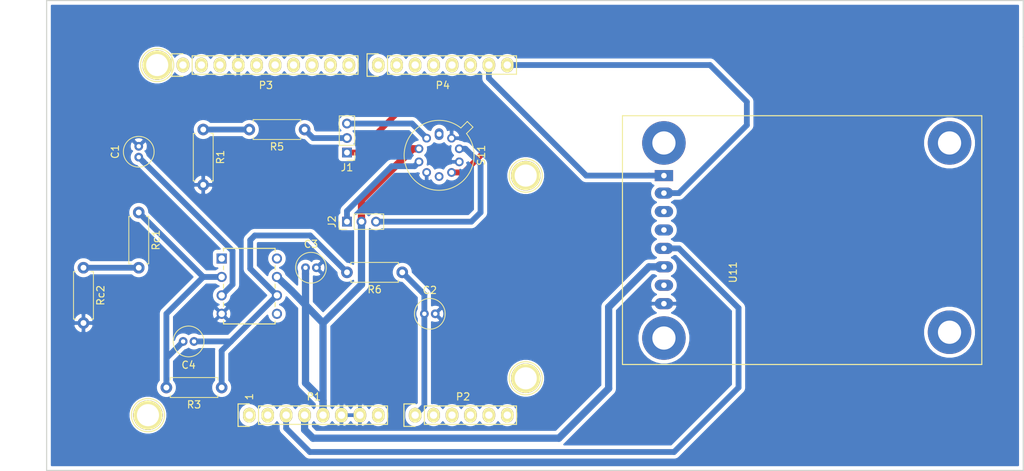
<source format=kicad_pcb>
(kicad_pcb (version 20171130) (host pcbnew 5.1.5-52549c5~84~ubuntu18.04.1)

  (general
    (thickness 1.6)
    (drawings 25)
    (tracks 81)
    (zones 0)
    (modules 23)
    (nets 52)
  )

  (page A4)
  (title_block
    (date "lun. 30 mars 2015")
  )

  (layers
    (0 F.Cu signal)
    (31 B.Cu signal)
    (32 B.Adhes user)
    (33 F.Adhes user)
    (34 B.Paste user)
    (35 F.Paste user)
    (36 B.SilkS user)
    (37 F.SilkS user)
    (38 B.Mask user)
    (39 F.Mask user)
    (40 Dwgs.User user)
    (41 Cmts.User user)
    (42 Eco1.User user)
    (43 Eco2.User user)
    (44 Edge.Cuts user)
    (45 Margin user)
    (46 B.CrtYd user)
    (47 F.CrtYd user)
    (48 B.Fab user)
    (49 F.Fab user)
  )

  (setup
    (last_trace_width 0.8)
    (trace_clearance 0.4)
    (zone_clearance 0.508)
    (zone_45_only no)
    (trace_min 0.2)
    (via_size 1.6)
    (via_drill 0.8)
    (via_min_size 0.4)
    (via_min_drill 0.3)
    (uvia_size 0.3)
    (uvia_drill 0.1)
    (uvias_allowed no)
    (uvia_min_size 0.2)
    (uvia_min_drill 0.1)
    (edge_width 0.15)
    (segment_width 0.15)
    (pcb_text_width 0.3)
    (pcb_text_size 1.5 1.5)
    (mod_edge_width 0.15)
    (mod_text_size 1 1)
    (mod_text_width 0.15)
    (pad_size 1.2 1.2)
    (pad_drill 0.6)
    (pad_to_mask_clearance 0)
    (aux_axis_origin 110.998 126.365)
    (visible_elements FFFFF77F)
    (pcbplotparams
      (layerselection 0x00030_80000001)
      (usegerberextensions false)
      (usegerberattributes false)
      (usegerberadvancedattributes false)
      (creategerberjobfile false)
      (excludeedgelayer true)
      (linewidth 0.100000)
      (plotframeref false)
      (viasonmask false)
      (mode 1)
      (useauxorigin false)
      (hpglpennumber 1)
      (hpglpenspeed 20)
      (hpglpendiameter 15.000000)
      (psnegative false)
      (psa4output false)
      (plotreference true)
      (plotvalue true)
      (plotinvisibletext false)
      (padsonsilk false)
      (subtractmaskfromsilk false)
      (outputformat 1)
      (mirror false)
      (drillshape 1)
      (scaleselection 1)
      (outputdirectory ""))
  )

  (net 0 "")
  (net 1 /IOREF)
  (net 2 /Reset)
  (net 3 /Vin)
  (net 4 /A0)
  (net 5 /A1)
  (net 6 /A2)
  (net 7 /A3)
  (net 8 /AREF)
  (net 9 "/A4(SDA)")
  (net 10 "/A5(SCL)")
  (net 11 "/9(**)")
  (net 12 /8)
  (net 13 /7)
  (net 14 "/6(**)")
  (net 15 "/5(**)")
  (net 16 /4)
  (net 17 "/3(**)")
  (net 18 /2)
  (net 19 "/1(Tx)")
  (net 20 "/0(Rx)")
  (net 21 "Net-(P5-Pad1)")
  (net 22 "Net-(P6-Pad1)")
  (net 23 "Net-(P7-Pad1)")
  (net 24 "Net-(P8-Pad1)")
  (net 25 "/13(SCK)")
  (net 26 "/10(**/SS)")
  (net 27 "Net-(P1-Pad1)")
  (net 28 +3V3)
  (net 29 "/12(MISO)")
  (net 30 "/11(**/MOSI)")
  (net 31 "Net-(C1-Pad1)")
  (net 32 "Net-(C4-Pad1)")
  (net 33 "Net-(C4-Pad2)")
  (net 34 "Net-(P2-Pad5)")
  (net 35 "Net-(P2-Pad6)")
  (net 36 "Net-(Rc1-Pad2)")
  (net 37 "Net-(U1-Pad1)")
  (net 38 "Net-(U1-Pad5)")
  (net 39 "Net-(U1-Pad8)")
  (net 40 "Net-(U11-Pad3)")
  (net 41 "Net-(U11-Pad4)")
  (net 42 "Net-(U11-Pad7)")
  (net 43 GND)
  (net 44 +5V)
  (net 45 /link_circuit)
  (net 46 /GazSensorRight2)
  (net 47 /GazSensorRight1)
  (net 48 "Net-(S11-Pad6)")
  (net 49 /GazSensorLeft2)
  (net 50 /GazSensorLeft1)
  (net 51 "Net-(S11-Pad1)")

  (net_class Default "This is the default net class."
    (clearance 0.4)
    (trace_width 0.8)
    (via_dia 1.6)
    (via_drill 0.8)
    (uvia_dia 0.3)
    (uvia_drill 0.1)
    (add_net "/0(Rx)")
    (add_net "/1(Tx)")
    (add_net "/10(**/SS)")
    (add_net "/11(**/MOSI)")
    (add_net "/12(MISO)")
    (add_net "/13(SCK)")
    (add_net /2)
    (add_net "/3(**)")
    (add_net /4)
    (add_net "/5(**)")
    (add_net "/6(**)")
    (add_net /7)
    (add_net /8)
    (add_net "/9(**)")
    (add_net /A0)
    (add_net /A1)
    (add_net /A2)
    (add_net /A3)
    (add_net "/A4(SDA)")
    (add_net "/A5(SCL)")
    (add_net /AREF)
    (add_net /GazSensorLeft1)
    (add_net /GazSensorLeft2)
    (add_net /GazSensorRight1)
    (add_net /GazSensorRight2)
    (add_net /IOREF)
    (add_net /Reset)
    (add_net /Vin)
    (add_net /link_circuit)
    (add_net "Net-(C1-Pad1)")
    (add_net "Net-(C4-Pad1)")
    (add_net "Net-(C4-Pad2)")
    (add_net "Net-(P1-Pad1)")
    (add_net "Net-(P2-Pad5)")
    (add_net "Net-(P2-Pad6)")
    (add_net "Net-(P5-Pad1)")
    (add_net "Net-(P6-Pad1)")
    (add_net "Net-(P7-Pad1)")
    (add_net "Net-(P8-Pad1)")
    (add_net "Net-(Rc1-Pad2)")
    (add_net "Net-(S11-Pad1)")
    (add_net "Net-(S11-Pad6)")
    (add_net "Net-(U1-Pad1)")
    (add_net "Net-(U1-Pad5)")
    (add_net "Net-(U1-Pad8)")
    (add_net "Net-(U11-Pad3)")
    (add_net "Net-(U11-Pad4)")
    (add_net "Net-(U11-Pad7)")
  )

  (net_class Power ""
    (clearance 0.4)
    (trace_width 1)
    (via_dia 1.6)
    (via_drill 0.8)
    (uvia_dia 0.3)
    (uvia_drill 0.1)
    (add_net +3V3)
    (add_net +5V)
    (add_net GND)
  )

  (module Connector_PinHeader_2.00mm:PinHeader_1x03_P2.00mm_Vertical (layer F.Cu) (tedit 59FED667) (tstamp 5E2195EC)
    (at 152.4 97.155 90)
    (descr "Through hole straight pin header, 1x03, 2.00mm pitch, single row")
    (tags "Through hole pin header THT 1x03 2.00mm single row")
    (path /5E276475)
    (fp_text reference J2 (at 0 -2.06 90) (layer F.SilkS)
      (effects (font (size 1 1) (thickness 0.15)))
    )
    (fp_text value Conn_01x03 (at 0 6.06 90) (layer F.Fab)
      (effects (font (size 1 1) (thickness 0.15)))
    )
    (fp_text user %R (at 0 2) (layer F.Fab)
      (effects (font (size 1 1) (thickness 0.15)))
    )
    (fp_line (start 1.5 -1.5) (end -1.5 -1.5) (layer F.CrtYd) (width 0.05))
    (fp_line (start 1.5 5.5) (end 1.5 -1.5) (layer F.CrtYd) (width 0.05))
    (fp_line (start -1.5 5.5) (end 1.5 5.5) (layer F.CrtYd) (width 0.05))
    (fp_line (start -1.5 -1.5) (end -1.5 5.5) (layer F.CrtYd) (width 0.05))
    (fp_line (start -1.06 -1.06) (end 0 -1.06) (layer F.SilkS) (width 0.12))
    (fp_line (start -1.06 0) (end -1.06 -1.06) (layer F.SilkS) (width 0.12))
    (fp_line (start -1.06 1) (end 1.06 1) (layer F.SilkS) (width 0.12))
    (fp_line (start 1.06 1) (end 1.06 5.06) (layer F.SilkS) (width 0.12))
    (fp_line (start -1.06 1) (end -1.06 5.06) (layer F.SilkS) (width 0.12))
    (fp_line (start -1.06 5.06) (end 1.06 5.06) (layer F.SilkS) (width 0.12))
    (fp_line (start -1 -0.5) (end -0.5 -1) (layer F.Fab) (width 0.1))
    (fp_line (start -1 5) (end -1 -0.5) (layer F.Fab) (width 0.1))
    (fp_line (start 1 5) (end -1 5) (layer F.Fab) (width 0.1))
    (fp_line (start 1 -1) (end 1 5) (layer F.Fab) (width 0.1))
    (fp_line (start -0.5 -1) (end 1 -1) (layer F.Fab) (width 0.1))
    (pad 3 thru_hole oval (at 0 4 90) (size 1.35 1.35) (drill 0.8) (layers *.Cu *.Mask)
      (net 46 /GazSensorRight2))
    (pad 2 thru_hole oval (at 0 2 90) (size 1.35 1.35) (drill 0.8) (layers *.Cu *.Mask)
      (net 44 +5V))
    (pad 1 thru_hole rect (at 0 0 90) (size 1.35 1.35) (drill 0.8) (layers *.Cu *.Mask)
      (net 49 /GazSensorLeft2))
    (model ${KISYS3DMOD}/Connector_PinHeader_2.00mm.3dshapes/PinHeader_1x03_P2.00mm_Vertical.wrl
      (at (xyz 0 0 0))
      (scale (xyz 1 1 1))
      (rotate (xyz 0 0 0))
    )
  )

  (module Connector_PinHeader_2.00mm:PinHeader_1x03_P2.00mm_Vertical (layer F.Cu) (tedit 59FED667) (tstamp 5E219274)
    (at 152.4 87.63 180)
    (descr "Through hole straight pin header, 1x03, 2.00mm pitch, single row")
    (tags "Through hole pin header THT 1x03 2.00mm single row")
    (path /5E27739D)
    (fp_text reference J1 (at 0 -2.06) (layer F.SilkS)
      (effects (font (size 1 1) (thickness 0.15)))
    )
    (fp_text value Conn_01x03 (at 0 6.06) (layer F.Fab)
      (effects (font (size 1 1) (thickness 0.15)))
    )
    (fp_text user %R (at 0 2 90) (layer F.Fab)
      (effects (font (size 1 1) (thickness 0.15)))
    )
    (fp_line (start 1.5 -1.5) (end -1.5 -1.5) (layer F.CrtYd) (width 0.05))
    (fp_line (start 1.5 5.5) (end 1.5 -1.5) (layer F.CrtYd) (width 0.05))
    (fp_line (start -1.5 5.5) (end 1.5 5.5) (layer F.CrtYd) (width 0.05))
    (fp_line (start -1.5 -1.5) (end -1.5 5.5) (layer F.CrtYd) (width 0.05))
    (fp_line (start -1.06 -1.06) (end 0 -1.06) (layer F.SilkS) (width 0.12))
    (fp_line (start -1.06 0) (end -1.06 -1.06) (layer F.SilkS) (width 0.12))
    (fp_line (start -1.06 1) (end 1.06 1) (layer F.SilkS) (width 0.12))
    (fp_line (start 1.06 1) (end 1.06 5.06) (layer F.SilkS) (width 0.12))
    (fp_line (start -1.06 1) (end -1.06 5.06) (layer F.SilkS) (width 0.12))
    (fp_line (start -1.06 5.06) (end 1.06 5.06) (layer F.SilkS) (width 0.12))
    (fp_line (start -1 -0.5) (end -0.5 -1) (layer F.Fab) (width 0.1))
    (fp_line (start -1 5) (end -1 -0.5) (layer F.Fab) (width 0.1))
    (fp_line (start 1 5) (end -1 5) (layer F.Fab) (width 0.1))
    (fp_line (start 1 -1) (end 1 5) (layer F.Fab) (width 0.1))
    (fp_line (start -0.5 -1) (end 1 -1) (layer F.Fab) (width 0.1))
    (pad 3 thru_hole oval (at 0 4 180) (size 1.35 1.35) (drill 0.8) (layers *.Cu *.Mask)
      (net 50 /GazSensorLeft1))
    (pad 2 thru_hole oval (at 0 2 180) (size 1.35 1.35) (drill 0.8) (layers *.Cu *.Mask)
      (net 45 /link_circuit))
    (pad 1 thru_hole rect (at 0 0 180) (size 1.35 1.35) (drill 0.8) (layers *.Cu *.Mask)
      (net 47 /GazSensorRight1))
    (model ${KISYS3DMOD}/Connector_PinHeader_2.00mm.3dshapes/PinHeader_1x03_P2.00mm_Vertical.wrl
      (at (xyz 0 0 0))
      (scale (xyz 1 1 1))
      (rotate (xyz 0 0 0))
    )
  )

  (module Package_TO_SOT_THT:TO-5-10_Window (layer F.Cu) (tedit 5A02FF81) (tstamp 5E21D860)
    (at 165.1 85.09 270)
    (descr "TO-5-10_Window, Window")
    (tags "TO-5-10_Window Window")
    (path /5E2725E8)
    (fp_text reference S11 (at 2.92 -5.82 90) (layer F.SilkS)
      (effects (font (size 1 1) (thickness 0.15)))
    )
    (fp_text value Gaz_Sensor (at 2.92 5.82 90) (layer F.Fab)
      (effects (font (size 1 1) (thickness 0.15)))
    )
    (fp_arc (start 2.92 0) (end -0.077084 -3.774902) (angle 346.9) (layer F.SilkS) (width 0.12))
    (fp_arc (start 2.92 0) (end -0.085408 -3.61352) (angle 349.5) (layer F.Fab) (width 0.1))
    (fp_circle (center 2.92 0) (end 5.87 0) (layer F.Fab) (width 0.1))
    (fp_circle (center 2.92 0) (end 7.17 0) (layer F.Fab) (width 0.1))
    (fp_line (start 7.87 -4.95) (end -2.04 -4.95) (layer F.CrtYd) (width 0.05))
    (fp_line (start 7.87 4.95) (end 7.87 -4.95) (layer F.CrtYd) (width 0.05))
    (fp_line (start -2.04 4.95) (end 7.87 4.95) (layer F.CrtYd) (width 0.05))
    (fp_line (start -2.04 -4.95) (end -2.04 4.95) (layer F.CrtYd) (width 0.05))
    (fp_line (start -1.745856 -3.888039) (end -0.854902 -2.997084) (layer F.SilkS) (width 0.12))
    (fp_line (start -0.968039 -4.665856) (end -1.745856 -3.888039) (layer F.SilkS) (width 0.12))
    (fp_line (start -0.077084 -3.774902) (end -0.968039 -4.665856) (layer F.SilkS) (width 0.12))
    (fp_line (start 0.283 1.324) (end 1.596 2.637) (layer F.Fab) (width 0.1))
    (fp_line (start 0.009 0.485) (end 2.435 2.911) (layer F.Fab) (width 0.1))
    (fp_line (start -0.028 -0.12) (end 3.04 2.948) (layer F.Fab) (width 0.1))
    (fp_line (start 0.036 -0.622) (end 3.542 2.884) (layer F.Fab) (width 0.1))
    (fp_line (start 0.165 -1.058) (end 3.978 2.755) (layer F.Fab) (width 0.1))
    (fp_line (start 0.346 -1.443) (end 4.363 2.574) (layer F.Fab) (width 0.1))
    (fp_line (start 0.57 -1.784) (end 4.704 2.35) (layer F.Fab) (width 0.1))
    (fp_line (start 0.834 -2.086) (end 5.006 2.086) (layer F.Fab) (width 0.1))
    (fp_line (start 1.136 -2.35) (end 5.27 1.784) (layer F.Fab) (width 0.1))
    (fp_line (start 1.477 -2.574) (end 5.494 1.443) (layer F.Fab) (width 0.1))
    (fp_line (start 1.862 -2.755) (end 5.675 1.058) (layer F.Fab) (width 0.1))
    (fp_line (start 2.298 -2.884) (end 5.804 0.622) (layer F.Fab) (width 0.1))
    (fp_line (start 2.8 -2.948) (end 5.868 0.12) (layer F.Fab) (width 0.1))
    (fp_line (start 3.405 -2.911) (end 5.831 -0.485) (layer F.Fab) (width 0.1))
    (fp_line (start 4.244 -2.637) (end 5.557 -1.324) (layer F.Fab) (width 0.1))
    (fp_line (start -1.499621 -3.81151) (end -0.69352 -3.005408) (layer F.Fab) (width 0.1))
    (fp_line (start -0.89151 -4.419621) (end -1.499621 -3.81151) (layer F.Fab) (width 0.1))
    (fp_line (start -0.085408 -3.61352) (end -0.89151 -4.419621) (layer F.Fab) (width 0.1))
    (fp_text user %R (at 2.92 -5.82 90) (layer F.Fab)
      (effects (font (size 1 1) (thickness 0.15)))
    )
    (pad 10 thru_hole oval (at 0.55767 -1.716333 270) (size 1.2 1.2) (drill 0.7) (layers *.Cu *.Mask)
      (net 43 GND))
    (pad 9 thru_hole oval (at 2.01767 -2.777085 270) (size 1.2 1.2) (drill 0.7) (layers *.Cu *.Mask)
      (net 46 /GazSensorRight2))
    (pad 8 thru_hole oval (at 3.82233 -2.777085 270) (size 1.2 1.2) (drill 0.7) (layers *.Cu *.Mask)
      (net 43 GND))
    (pad 7 thru_hole oval (at 5.28233 -1.716333 270) (size 1.2 1.2) (drill 0.7) (layers *.Cu *.Mask)
      (net 47 /GazSensorRight1))
    (pad 6 thru_hole oval (at 5.84 0 270) (size 1.2 1.2) (drill 0.7) (layers *.Cu *.Mask)
      (net 48 "Net-(S11-Pad6)"))
    (pad 5 thru_hole oval (at 5.28233 1.716333 270) (size 1.2 1.2) (drill 0.7) (layers *.Cu *.Mask)
      (net 43 GND))
    (pad 4 thru_hole oval (at 3.82233 2.777085 270) (size 1.2 1.2) (drill 0.7) (layers *.Cu *.Mask)
      (net 49 /GazSensorLeft2))
    (pad 3 thru_hole oval (at 2.01767 2.777085 270) (size 1.2 1.2) (drill 0.7) (layers *.Cu *.Mask)
      (net 44 +5V))
    (pad 2 thru_hole oval (at 0.55767 1.716333 270) (size 1.2 1.2) (drill 0.7) (layers *.Cu *.Mask)
      (net 50 /GazSensorLeft1))
    (pad 1 thru_hole oval (at 0 0 270) (size 1.6 1.2) (drill 0.7) (layers *.Cu *.Mask)
      (net 51 "Net-(S11-Pad1)"))
    (model ${KISYS3DMOD}/Package_TO_SOT_THT.3dshapes/TO-5-10_Window.wrl
      (at (xyz 0 0 0))
      (scale (xyz 1 1 1))
      (rotate (xyz 0 0 0))
    )
  )

  (module MyComponent:RN2483_Breakout (layer F.Cu) (tedit 5E2392A2) (tstamp 5E23928C)
    (at 196.088 90.805 270)
    (path /5E1CD92C)
    (fp_text reference U11 (at 13.335 -9.525 90) (layer F.SilkS)
      (effects (font (size 1 1) (thickness 0.15)))
    )
    (fp_text value RN2483A (at 10.795 3.175 90) (layer F.Fab)
      (effects (font (size 1 1) (thickness 0.15)))
    )
    (fp_line (start -8.255 -43.815) (end -8.255 5.715) (layer F.SilkS) (width 0.15))
    (fp_line (start 26.035 -43.815) (end -8.255 -43.815) (layer F.SilkS) (width 0.15))
    (fp_line (start 26.035 5.715) (end 26.035 -43.815) (layer F.SilkS) (width 0.15))
    (fp_line (start -8.255 5.715) (end 26.035 5.715) (layer F.SilkS) (width 0.15))
    (pad "" np_thru_hole circle (at 21.59 -39.37 270) (size 6 6) (drill 3.2) (layers *.Cu *.Mask))
    (pad "" np_thru_hole circle (at -4.5 -39.37 270) (size 6 6) (drill 3.2) (layers *.Cu *.Mask))
    (pad "" np_thru_hole circle (at 22.39 0 270) (size 6 6) (drill 3.2) (layers *.Cu *.Mask))
    (pad "" np_thru_hole circle (at -4.5 0 270) (size 6 6) (drill 3.2) (layers *.Cu *.Mask))
    (pad 8 thru_hole oval (at 17.653 0 270) (size 1.524 2.524) (drill 0.762) (layers *.Cu *.Mask)
      (net 43 GND))
    (pad 7 thru_hole oval (at 15.113 0 270) (size 1.524 2.524) (drill 0.762) (layers *.Cu *.Mask)
      (net 42 "Net-(U11-Pad7)"))
    (pad 5 thru_hole oval (at 10.033 0 270) (size 1.524 2.524) (drill 0.762) (layers *.Cu *.Mask)
      (net 2 /Reset))
    (pad 6 thru_hole oval (at 12.573 0 270) (size 1.524 2.524) (drill 0.762) (layers *.Cu *.Mask)
      (net 28 +3V3))
    (pad 4 thru_hole oval (at 7.493 0 270) (size 1.524 2.524) (drill 0.762) (layers *.Cu *.Mask)
      (net 41 "Net-(U11-Pad4)"))
    (pad 3 thru_hole oval (at 4.953 0 270) (size 1.524 2.524) (drill 0.762) (layers *.Cu *.Mask)
      (net 40 "Net-(U11-Pad3)"))
    (pad 2 thru_hole oval (at 2.413 0 270) (size 1.524 2.524) (drill 0.762) (layers *.Cu *.Mask)
      (net 20 "/0(Rx)"))
    (pad 1 thru_hole rect (at 0 0 270) (size 1.524 2.524) (drill 0.762) (layers *.Cu *.Mask)
      (net 19 "/1(Tx)"))
  )

  (module Socket_Arduino_Uno:Socket_Strip_Arduino_1x08 locked (layer F.Cu) (tedit 552168D2) (tstamp 551AF9EA)
    (at 138.938 123.825)
    (descr "Through hole socket strip")
    (tags "socket strip")
    (path /56D70129)
    (fp_text reference P1 (at 8.89 -2.54) (layer F.SilkS)
      (effects (font (size 1 1) (thickness 0.15)))
    )
    (fp_text value Power (at 8.89 -4.064) (layer F.Fab)
      (effects (font (size 1 1) (thickness 0.15)))
    )
    (fp_line (start -1.75 -1.75) (end -1.75 1.75) (layer F.CrtYd) (width 0.05))
    (fp_line (start 19.55 -1.75) (end 19.55 1.75) (layer F.CrtYd) (width 0.05))
    (fp_line (start -1.75 -1.75) (end 19.55 -1.75) (layer F.CrtYd) (width 0.05))
    (fp_line (start -1.75 1.75) (end 19.55 1.75) (layer F.CrtYd) (width 0.05))
    (fp_line (start 1.27 1.27) (end 19.05 1.27) (layer F.SilkS) (width 0.15))
    (fp_line (start 19.05 1.27) (end 19.05 -1.27) (layer F.SilkS) (width 0.15))
    (fp_line (start 19.05 -1.27) (end 1.27 -1.27) (layer F.SilkS) (width 0.15))
    (fp_line (start -1.55 1.55) (end 0 1.55) (layer F.SilkS) (width 0.15))
    (fp_line (start 1.27 1.27) (end 1.27 -1.27) (layer F.SilkS) (width 0.15))
    (fp_line (start 0 -1.55) (end -1.55 -1.55) (layer F.SilkS) (width 0.15))
    (fp_line (start -1.55 -1.55) (end -1.55 1.55) (layer F.SilkS) (width 0.15))
    (pad 1 thru_hole oval (at 0 0) (size 1.7272 2.032) (drill 1.016) (layers *.Cu *.Mask F.SilkS)
      (net 27 "Net-(P1-Pad1)"))
    (pad 2 thru_hole oval (at 2.54 0) (size 1.7272 2.032) (drill 1.016) (layers *.Cu *.Mask F.SilkS)
      (net 1 /IOREF))
    (pad 3 thru_hole oval (at 5.08 0) (size 1.7272 2.032) (drill 1.016) (layers *.Cu *.Mask F.SilkS)
      (net 2 /Reset))
    (pad 4 thru_hole oval (at 7.62 0) (size 1.7272 2.032) (drill 1.016) (layers *.Cu *.Mask F.SilkS)
      (net 28 +3V3))
    (pad 5 thru_hole oval (at 10.16 0) (size 1.7272 2.032) (drill 1.016) (layers *.Cu *.Mask F.SilkS)
      (net 44 +5V))
    (pad 6 thru_hole oval (at 12.7 0) (size 1.7272 2.032) (drill 1.016) (layers *.Cu *.Mask F.SilkS)
      (net 43 GND))
    (pad 7 thru_hole oval (at 15.24 0) (size 1.7272 2.032) (drill 1.016) (layers *.Cu *.Mask F.SilkS)
      (net 43 GND))
    (pad 8 thru_hole oval (at 17.78 0) (size 1.7272 2.032) (drill 1.016) (layers *.Cu *.Mask F.SilkS)
      (net 3 /Vin))
    (model ${KIPRJMOD}/Socket_Arduino_Uno.3dshapes/Socket_header_Arduino_1x08.wrl
      (offset (xyz 8.889999866485596 0 0))
      (scale (xyz 1 1 1))
      (rotate (xyz 0 0 180))
    )
  )

  (module Socket_Arduino_Uno:Socket_Strip_Arduino_1x06 locked (layer F.Cu) (tedit 552168D6) (tstamp 551AF9FF)
    (at 161.798 123.825)
    (descr "Through hole socket strip")
    (tags "socket strip")
    (path /56D70DD8)
    (fp_text reference P2 (at 6.604 -2.54) (layer F.SilkS)
      (effects (font (size 1 1) (thickness 0.15)))
    )
    (fp_text value Analog (at 6.604 -4.064) (layer F.Fab)
      (effects (font (size 1 1) (thickness 0.15)))
    )
    (fp_line (start -1.75 -1.75) (end -1.75 1.75) (layer F.CrtYd) (width 0.05))
    (fp_line (start 14.45 -1.75) (end 14.45 1.75) (layer F.CrtYd) (width 0.05))
    (fp_line (start -1.75 -1.75) (end 14.45 -1.75) (layer F.CrtYd) (width 0.05))
    (fp_line (start -1.75 1.75) (end 14.45 1.75) (layer F.CrtYd) (width 0.05))
    (fp_line (start 1.27 1.27) (end 13.97 1.27) (layer F.SilkS) (width 0.15))
    (fp_line (start 13.97 1.27) (end 13.97 -1.27) (layer F.SilkS) (width 0.15))
    (fp_line (start 13.97 -1.27) (end 1.27 -1.27) (layer F.SilkS) (width 0.15))
    (fp_line (start -1.55 1.55) (end 0 1.55) (layer F.SilkS) (width 0.15))
    (fp_line (start 1.27 1.27) (end 1.27 -1.27) (layer F.SilkS) (width 0.15))
    (fp_line (start 0 -1.55) (end -1.55 -1.55) (layer F.SilkS) (width 0.15))
    (fp_line (start -1.55 -1.55) (end -1.55 1.55) (layer F.SilkS) (width 0.15))
    (pad 1 thru_hole oval (at 0 0) (size 1.7272 2.032) (drill 1.016) (layers *.Cu *.Mask F.SilkS)
      (net 4 /A0))
    (pad 2 thru_hole oval (at 2.54 0) (size 1.7272 2.032) (drill 1.016) (layers *.Cu *.Mask F.SilkS)
      (net 5 /A1))
    (pad 3 thru_hole oval (at 5.08 0) (size 1.7272 2.032) (drill 1.016) (layers *.Cu *.Mask F.SilkS)
      (net 6 /A2))
    (pad 4 thru_hole oval (at 7.62 0) (size 1.7272 2.032) (drill 1.016) (layers *.Cu *.Mask F.SilkS)
      (net 7 /A3))
    (pad 5 thru_hole oval (at 10.16 0) (size 1.7272 2.032) (drill 1.016) (layers *.Cu *.Mask F.SilkS)
      (net 34 "Net-(P2-Pad5)"))
    (pad 6 thru_hole oval (at 12.7 0) (size 1.7272 2.032) (drill 1.016) (layers *.Cu *.Mask F.SilkS)
      (net 35 "Net-(P2-Pad6)"))
    (model ${KIPRJMOD}/Socket_Arduino_Uno.3dshapes/Socket_header_Arduino_1x06.wrl
      (offset (xyz 6.349999904632568 0 0))
      (scale (xyz 1 1 1))
      (rotate (xyz 0 0 180))
    )
  )

  (module Socket_Arduino_Uno:Socket_Strip_Arduino_1x10 locked (layer F.Cu) (tedit 552168BF) (tstamp 551AFA18)
    (at 129.794 75.565)
    (descr "Through hole socket strip")
    (tags "socket strip")
    (path /56D721E0)
    (fp_text reference P3 (at 11.43 2.794) (layer F.SilkS)
      (effects (font (size 1 1) (thickness 0.15)))
    )
    (fp_text value Digital (at 11.43 4.318) (layer F.Fab)
      (effects (font (size 1 1) (thickness 0.15)))
    )
    (fp_line (start -1.75 -1.75) (end -1.75 1.75) (layer F.CrtYd) (width 0.05))
    (fp_line (start 24.65 -1.75) (end 24.65 1.75) (layer F.CrtYd) (width 0.05))
    (fp_line (start -1.75 -1.75) (end 24.65 -1.75) (layer F.CrtYd) (width 0.05))
    (fp_line (start -1.75 1.75) (end 24.65 1.75) (layer F.CrtYd) (width 0.05))
    (fp_line (start 1.27 1.27) (end 24.13 1.27) (layer F.SilkS) (width 0.15))
    (fp_line (start 24.13 1.27) (end 24.13 -1.27) (layer F.SilkS) (width 0.15))
    (fp_line (start 24.13 -1.27) (end 1.27 -1.27) (layer F.SilkS) (width 0.15))
    (fp_line (start -1.55 1.55) (end 0 1.55) (layer F.SilkS) (width 0.15))
    (fp_line (start 1.27 1.27) (end 1.27 -1.27) (layer F.SilkS) (width 0.15))
    (fp_line (start 0 -1.55) (end -1.55 -1.55) (layer F.SilkS) (width 0.15))
    (fp_line (start -1.55 -1.55) (end -1.55 1.55) (layer F.SilkS) (width 0.15))
    (pad 1 thru_hole oval (at 0 0) (size 1.7272 2.032) (drill 1.016) (layers *.Cu *.Mask F.SilkS)
      (net 10 "/A5(SCL)"))
    (pad 2 thru_hole oval (at 2.54 0) (size 1.7272 2.032) (drill 1.016) (layers *.Cu *.Mask F.SilkS)
      (net 9 "/A4(SDA)"))
    (pad 3 thru_hole oval (at 5.08 0) (size 1.7272 2.032) (drill 1.016) (layers *.Cu *.Mask F.SilkS)
      (net 8 /AREF))
    (pad 4 thru_hole oval (at 7.62 0) (size 1.7272 2.032) (drill 1.016) (layers *.Cu *.Mask F.SilkS)
      (net 43 GND))
    (pad 5 thru_hole oval (at 10.16 0) (size 1.7272 2.032) (drill 1.016) (layers *.Cu *.Mask F.SilkS)
      (net 25 "/13(SCK)"))
    (pad 6 thru_hole oval (at 12.7 0) (size 1.7272 2.032) (drill 1.016) (layers *.Cu *.Mask F.SilkS)
      (net 29 "/12(MISO)"))
    (pad 7 thru_hole oval (at 15.24 0) (size 1.7272 2.032) (drill 1.016) (layers *.Cu *.Mask F.SilkS)
      (net 30 "/11(**/MOSI)"))
    (pad 8 thru_hole oval (at 17.78 0) (size 1.7272 2.032) (drill 1.016) (layers *.Cu *.Mask F.SilkS)
      (net 26 "/10(**/SS)"))
    (pad 9 thru_hole oval (at 20.32 0) (size 1.7272 2.032) (drill 1.016) (layers *.Cu *.Mask F.SilkS)
      (net 11 "/9(**)"))
    (pad 10 thru_hole oval (at 22.86 0) (size 1.7272 2.032) (drill 1.016) (layers *.Cu *.Mask F.SilkS)
      (net 12 /8))
    (model ${KIPRJMOD}/Socket_Arduino_Uno.3dshapes/Socket_header_Arduino_1x10.wrl
      (offset (xyz 11.42999982833862 0 0))
      (scale (xyz 1 1 1))
      (rotate (xyz 0 0 180))
    )
  )

  (module Socket_Arduino_Uno:Socket_Strip_Arduino_1x08 locked (layer F.Cu) (tedit 552168C7) (tstamp 551AFA2F)
    (at 156.718 75.565)
    (descr "Through hole socket strip")
    (tags "socket strip")
    (path /56D7164F)
    (fp_text reference P4 (at 8.89 2.794) (layer F.SilkS)
      (effects (font (size 1 1) (thickness 0.15)))
    )
    (fp_text value Digital (at 8.89 4.318) (layer F.Fab)
      (effects (font (size 1 1) (thickness 0.15)))
    )
    (fp_line (start -1.75 -1.75) (end -1.75 1.75) (layer F.CrtYd) (width 0.05))
    (fp_line (start 19.55 -1.75) (end 19.55 1.75) (layer F.CrtYd) (width 0.05))
    (fp_line (start -1.75 -1.75) (end 19.55 -1.75) (layer F.CrtYd) (width 0.05))
    (fp_line (start -1.75 1.75) (end 19.55 1.75) (layer F.CrtYd) (width 0.05))
    (fp_line (start 1.27 1.27) (end 19.05 1.27) (layer F.SilkS) (width 0.15))
    (fp_line (start 19.05 1.27) (end 19.05 -1.27) (layer F.SilkS) (width 0.15))
    (fp_line (start 19.05 -1.27) (end 1.27 -1.27) (layer F.SilkS) (width 0.15))
    (fp_line (start -1.55 1.55) (end 0 1.55) (layer F.SilkS) (width 0.15))
    (fp_line (start 1.27 1.27) (end 1.27 -1.27) (layer F.SilkS) (width 0.15))
    (fp_line (start 0 -1.55) (end -1.55 -1.55) (layer F.SilkS) (width 0.15))
    (fp_line (start -1.55 -1.55) (end -1.55 1.55) (layer F.SilkS) (width 0.15))
    (pad 1 thru_hole oval (at 0 0) (size 1.7272 2.032) (drill 1.016) (layers *.Cu *.Mask F.SilkS)
      (net 13 /7))
    (pad 2 thru_hole oval (at 2.54 0) (size 1.7272 2.032) (drill 1.016) (layers *.Cu *.Mask F.SilkS)
      (net 14 "/6(**)"))
    (pad 3 thru_hole oval (at 5.08 0) (size 1.7272 2.032) (drill 1.016) (layers *.Cu *.Mask F.SilkS)
      (net 15 "/5(**)"))
    (pad 4 thru_hole oval (at 7.62 0) (size 1.7272 2.032) (drill 1.016) (layers *.Cu *.Mask F.SilkS)
      (net 16 /4))
    (pad 5 thru_hole oval (at 10.16 0) (size 1.7272 2.032) (drill 1.016) (layers *.Cu *.Mask F.SilkS)
      (net 17 "/3(**)"))
    (pad 6 thru_hole oval (at 12.7 0) (size 1.7272 2.032) (drill 1.016) (layers *.Cu *.Mask F.SilkS)
      (net 18 /2))
    (pad 7 thru_hole oval (at 15.24 0) (size 1.7272 2.032) (drill 1.016) (layers *.Cu *.Mask F.SilkS)
      (net 19 "/1(Tx)"))
    (pad 8 thru_hole oval (at 17.78 0) (size 1.7272 2.032) (drill 1.016) (layers *.Cu *.Mask F.SilkS)
      (net 20 "/0(Rx)"))
    (model ${KIPRJMOD}/Socket_Arduino_Uno.3dshapes/Socket_header_Arduino_1x08.wrl
      (offset (xyz 8.889999866485596 0 0))
      (scale (xyz 1 1 1))
      (rotate (xyz 0 0 180))
    )
  )

  (module Socket_Arduino_Uno:Arduino_1pin locked (layer F.Cu) (tedit 5524FC39) (tstamp 5524FC3F)
    (at 124.968 123.825)
    (descr "module 1 pin (ou trou mecanique de percage)")
    (tags DEV)
    (path /56D71177)
    (fp_text reference P5 (at 0 -3.048) (layer F.SilkS) hide
      (effects (font (size 1 1) (thickness 0.15)))
    )
    (fp_text value CONN_01X01 (at 0 2.794) (layer F.Fab) hide
      (effects (font (size 1 1) (thickness 0.15)))
    )
    (fp_circle (center 0 0) (end 0 -2.286) (layer F.SilkS) (width 0.15))
    (pad 1 thru_hole circle (at 0 0) (size 4.064 4.064) (drill 3.048) (layers *.Cu *.Mask F.SilkS)
      (net 21 "Net-(P5-Pad1)"))
  )

  (module Socket_Arduino_Uno:Arduino_1pin locked (layer F.Cu) (tedit 5524FC4A) (tstamp 5524FC44)
    (at 177.038 118.745)
    (descr "module 1 pin (ou trou mecanique de percage)")
    (tags DEV)
    (path /56D71274)
    (fp_text reference P6 (at 0 -3.048) (layer F.SilkS) hide
      (effects (font (size 1 1) (thickness 0.15)))
    )
    (fp_text value CONN_01X01 (at 0 2.794) (layer F.Fab) hide
      (effects (font (size 1 1) (thickness 0.15)))
    )
    (fp_circle (center 0 0) (end 0 -2.286) (layer F.SilkS) (width 0.15))
    (pad 1 thru_hole circle (at 0 0) (size 4.064 4.064) (drill 3.048) (layers *.Cu *.Mask F.SilkS)
      (net 22 "Net-(P6-Pad1)"))
  )

  (module Socket_Arduino_Uno:Arduino_1pin locked (layer F.Cu) (tedit 5524FC2F) (tstamp 5524FC49)
    (at 126.238 75.565)
    (descr "module 1 pin (ou trou mecanique de percage)")
    (tags DEV)
    (path /56D712A8)
    (fp_text reference P7 (at 0 -3.048) (layer F.SilkS) hide
      (effects (font (size 1 1) (thickness 0.15)))
    )
    (fp_text value CONN_01X01 (at 0 2.794) (layer F.Fab) hide
      (effects (font (size 1 1) (thickness 0.15)))
    )
    (fp_circle (center 0 0) (end 0 -2.286) (layer F.SilkS) (width 0.15))
    (pad 1 thru_hole circle (at 0 0) (size 4.064 4.064) (drill 3.048) (layers *.Cu *.Mask F.SilkS)
      (net 23 "Net-(P7-Pad1)"))
  )

  (module Socket_Arduino_Uno:Arduino_1pin locked (layer F.Cu) (tedit 5524FC41) (tstamp 5524FC4E)
    (at 177.038 90.805)
    (descr "module 1 pin (ou trou mecanique de percage)")
    (tags DEV)
    (path /56D712DB)
    (fp_text reference P8 (at 0 -3.048) (layer F.SilkS) hide
      (effects (font (size 1 1) (thickness 0.15)))
    )
    (fp_text value CONN_01X01 (at 0 2.794) (layer F.Fab) hide
      (effects (font (size 1 1) (thickness 0.15)))
    )
    (fp_circle (center 0 0) (end 0 -2.286) (layer F.SilkS) (width 0.15))
    (pad 1 thru_hole circle (at 0 0) (size 4.064 4.064) (drill 3.048) (layers *.Cu *.Mask F.SilkS)
      (net 24 "Net-(P8-Pad1)"))
  )

  (module Capacitor_THT:C_Radial_D4.0mm_H5.0mm_P1.50mm (layer F.Cu) (tedit 5BC5C9B9) (tstamp 5E1A4088)
    (at 123.698 88.265 90)
    (descr "C, Radial series, Radial, pin pitch=1.50mm, diameter=4mm, height=5mm, Non-Polar Electrolytic Capacitor")
    (tags "C Radial series Radial pin pitch 1.50mm diameter 4mm height 5mm Non-Polar Electrolytic Capacitor")
    (path /5E1BFFCF)
    (fp_text reference C1 (at 0.75 -3.25 90) (layer F.SilkS)
      (effects (font (size 1 1) (thickness 0.15)))
    )
    (fp_text value 100n (at 0.75 3.25 90) (layer F.Fab)
      (effects (font (size 1 1) (thickness 0.15)))
    )
    (fp_circle (center 0.75 0) (end 2.75 0) (layer F.Fab) (width 0.1))
    (fp_circle (center 0.75 0) (end 2.87 0) (layer F.SilkS) (width 0.12))
    (fp_circle (center 0.75 0) (end 3 0) (layer F.CrtYd) (width 0.05))
    (fp_text user %R (at 0.75 0 90) (layer F.Fab)
      (effects (font (size 0.8 0.8) (thickness 0.12)))
    )
    (pad 1 thru_hole circle (at 0 0 90) (size 1.2 1.2) (drill 0.6) (layers *.Cu *.Mask)
      (net 31 "Net-(C1-Pad1)"))
    (pad 2 thru_hole circle (at 1.5 0 90) (size 1.2 1.2) (drill 0.6) (layers *.Cu *.Mask)
      (net 43 GND))
    (model ${KISYS3DMOD}/Capacitor_THT.3dshapes/C_Radial_D4.0mm_H5.0mm_P1.50mm.wrl
      (at (xyz 0 0 0))
      (scale (xyz 1 1 1))
      (rotate (xyz 0 0 0))
    )
  )

  (module Capacitor_THT:C_Radial_D4.0mm_H5.0mm_P1.50mm (layer F.Cu) (tedit 5BC5C9B9) (tstamp 5E1A2BF8)
    (at 163.068 109.855)
    (descr "C, Radial series, Radial, pin pitch=1.50mm, diameter=4mm, height=5mm, Non-Polar Electrolytic Capacitor")
    (tags "C Radial series Radial pin pitch 1.50mm diameter 4mm height 5mm Non-Polar Electrolytic Capacitor")
    (path /5E26F19B)
    (fp_text reference C2 (at 0.75 -3.25) (layer F.SilkS)
      (effects (font (size 1 1) (thickness 0.15)))
    )
    (fp_text value 100n (at 0.75 3.25) (layer F.Fab)
      (effects (font (size 1 1) (thickness 0.15)))
    )
    (fp_text user %R (at 0.75 0) (layer F.Fab)
      (effects (font (size 0.8 0.8) (thickness 0.12)))
    )
    (fp_circle (center 0.75 0) (end 3 0) (layer F.CrtYd) (width 0.05))
    (fp_circle (center 0.75 0) (end 2.87 0) (layer F.SilkS) (width 0.12))
    (fp_circle (center 0.75 0) (end 2.75 0) (layer F.Fab) (width 0.1))
    (pad 2 thru_hole circle (at 1.5 0) (size 1.2 1.2) (drill 0.6) (layers *.Cu *.Mask)
      (net 43 GND))
    (pad 1 thru_hole circle (at 0 0) (size 1.2 1.2) (drill 0.6) (layers *.Cu *.Mask)
      (net 4 /A0))
    (model ${KISYS3DMOD}/Capacitor_THT.3dshapes/C_Radial_D4.0mm_H5.0mm_P1.50mm.wrl
      (at (xyz 0 0 0))
      (scale (xyz 1 1 1))
      (rotate (xyz 0 0 0))
    )
  )

  (module Capacitor_THT:C_Radial_D4.0mm_H5.0mm_P1.50mm (layer F.Cu) (tedit 5BC5C9B9) (tstamp 5E1A2C02)
    (at 146.685 103.505)
    (descr "C, Radial series, Radial, pin pitch=1.50mm, diameter=4mm, height=5mm, Non-Polar Electrolytic Capacitor")
    (tags "C Radial series Radial pin pitch 1.50mm diameter 4mm height 5mm Non-Polar Electrolytic Capacitor")
    (path /5E1C0E01)
    (fp_text reference C3 (at 0.75 -3.25) (layer F.SilkS)
      (effects (font (size 1 1) (thickness 0.15)))
    )
    (fp_text value 100n (at 0.75 3.25) (layer F.Fab)
      (effects (font (size 1 1) (thickness 0.15)))
    )
    (fp_text user %R (at 0.75 0) (layer F.Fab)
      (effects (font (size 0.8 0.8) (thickness 0.12)))
    )
    (fp_circle (center 0.75 0) (end 3 0) (layer F.CrtYd) (width 0.05))
    (fp_circle (center 0.75 0) (end 2.87 0) (layer F.SilkS) (width 0.12))
    (fp_circle (center 0.75 0) (end 2.75 0) (layer F.Fab) (width 0.1))
    (pad 2 thru_hole circle (at 1.5 0) (size 1.2 1.2) (drill 0.6) (layers *.Cu *.Mask)
      (net 43 GND))
    (pad 1 thru_hole circle (at 0 0) (size 1.2 1.2) (drill 0.6) (layers *.Cu *.Mask)
      (net 44 +5V))
    (model ${KISYS3DMOD}/Capacitor_THT.3dshapes/C_Radial_D4.0mm_H5.0mm_P1.50mm.wrl
      (at (xyz 0 0 0))
      (scale (xyz 1 1 1))
      (rotate (xyz 0 0 0))
    )
  )

  (module Capacitor_THT:C_Radial_D4.0mm_H5.0mm_P1.50mm (layer F.Cu) (tedit 5BC5C9B9) (tstamp 5E1A2C0C)
    (at 131.318 113.665 180)
    (descr "C, Radial series, Radial, pin pitch=1.50mm, diameter=4mm, height=5mm, Non-Polar Electrolytic Capacitor")
    (tags "C Radial series Radial pin pitch 1.50mm diameter 4mm height 5mm Non-Polar Electrolytic Capacitor")
    (path /5E1C16EB)
    (fp_text reference C4 (at 0.75 -3.25) (layer F.SilkS)
      (effects (font (size 1 1) (thickness 0.15)))
    )
    (fp_text value 1µ (at 0.75 3.25) (layer F.Fab)
      (effects (font (size 1 1) (thickness 0.15)))
    )
    (fp_circle (center 0.75 0) (end 2.75 0) (layer F.Fab) (width 0.1))
    (fp_circle (center 0.75 0) (end 2.87 0) (layer F.SilkS) (width 0.12))
    (fp_circle (center 0.75 0) (end 3 0) (layer F.CrtYd) (width 0.05))
    (fp_text user %R (at 0.75 0) (layer F.Fab)
      (effects (font (size 0.8 0.8) (thickness 0.12)))
    )
    (pad 1 thru_hole circle (at 0 0 180) (size 1.2 1.2) (drill 0.6) (layers *.Cu *.Mask)
      (net 32 "Net-(C4-Pad1)"))
    (pad 2 thru_hole circle (at 1.5 0 180) (size 1.2 1.2) (drill 0.6) (layers *.Cu *.Mask)
      (net 33 "Net-(C4-Pad2)"))
    (model ${KISYS3DMOD}/Capacitor_THT.3dshapes/C_Radial_D4.0mm_H5.0mm_P1.50mm.wrl
      (at (xyz 0 0 0))
      (scale (xyz 1 1 1))
      (rotate (xyz 0 0 0))
    )
  )

  (module Resistor_THT:R_Axial_DIN0207_L6.3mm_D2.5mm_P7.62mm_Horizontal (layer F.Cu) (tedit 5AE5139B) (tstamp 5E1A40C7)
    (at 132.588 84.455 270)
    (descr "Resistor, Axial_DIN0207 series, Axial, Horizontal, pin pitch=7.62mm, 0.25W = 1/4W, length*diameter=6.3*2.5mm^2, http://cdn-reichelt.de/documents/datenblatt/B400/1_4W%23YAG.pdf")
    (tags "Resistor Axial_DIN0207 series Axial Horizontal pin pitch 7.62mm 0.25W = 1/4W length 6.3mm diameter 2.5mm")
    (path /5E1A42ED)
    (fp_text reference R1 (at 3.81 -2.37 90) (layer F.SilkS)
      (effects (font (size 1 1) (thickness 0.15)))
    )
    (fp_text value 100k (at 3.81 2.37 90) (layer F.Fab)
      (effects (font (size 1 1) (thickness 0.15)))
    )
    (fp_line (start 0.66 -1.25) (end 0.66 1.25) (layer F.Fab) (width 0.1))
    (fp_line (start 0.66 1.25) (end 6.96 1.25) (layer F.Fab) (width 0.1))
    (fp_line (start 6.96 1.25) (end 6.96 -1.25) (layer F.Fab) (width 0.1))
    (fp_line (start 6.96 -1.25) (end 0.66 -1.25) (layer F.Fab) (width 0.1))
    (fp_line (start 0 0) (end 0.66 0) (layer F.Fab) (width 0.1))
    (fp_line (start 7.62 0) (end 6.96 0) (layer F.Fab) (width 0.1))
    (fp_line (start 0.54 -1.04) (end 0.54 -1.37) (layer F.SilkS) (width 0.12))
    (fp_line (start 0.54 -1.37) (end 7.08 -1.37) (layer F.SilkS) (width 0.12))
    (fp_line (start 7.08 -1.37) (end 7.08 -1.04) (layer F.SilkS) (width 0.12))
    (fp_line (start 0.54 1.04) (end 0.54 1.37) (layer F.SilkS) (width 0.12))
    (fp_line (start 0.54 1.37) (end 7.08 1.37) (layer F.SilkS) (width 0.12))
    (fp_line (start 7.08 1.37) (end 7.08 1.04) (layer F.SilkS) (width 0.12))
    (fp_line (start -1.05 -1.5) (end -1.05 1.5) (layer F.CrtYd) (width 0.05))
    (fp_line (start -1.05 1.5) (end 8.67 1.5) (layer F.CrtYd) (width 0.05))
    (fp_line (start 8.67 1.5) (end 8.67 -1.5) (layer F.CrtYd) (width 0.05))
    (fp_line (start 8.67 -1.5) (end -1.05 -1.5) (layer F.CrtYd) (width 0.05))
    (fp_text user %R (at 3.81 0 90) (layer F.Fab)
      (effects (font (size 1 1) (thickness 0.15)))
    )
    (pad 1 thru_hole circle (at 0 0 270) (size 1.6 1.6) (drill 0.8) (layers *.Cu *.Mask)
      (net 31 "Net-(C1-Pad1)"))
    (pad 2 thru_hole oval (at 7.62 0 270) (size 1.6 1.6) (drill 0.8) (layers *.Cu *.Mask)
      (net 43 GND))
    (model ${KISYS3DMOD}/Resistor_THT.3dshapes/R_Axial_DIN0207_L6.3mm_D2.5mm_P7.62mm_Horizontal.wrl
      (at (xyz 0 0 0))
      (scale (xyz 1 1 1))
      (rotate (xyz 0 0 0))
    )
  )

  (module Resistor_THT:R_Axial_DIN0207_L6.3mm_D2.5mm_P7.62mm_Horizontal (layer F.Cu) (tedit 5AE5139B) (tstamp 5E1A2C3A)
    (at 135.128 120.015 180)
    (descr "Resistor, Axial_DIN0207 series, Axial, Horizontal, pin pitch=7.62mm, 0.25W = 1/4W, length*diameter=6.3*2.5mm^2, http://cdn-reichelt.de/documents/datenblatt/B400/1_4W%23YAG.pdf")
    (tags "Resistor Axial_DIN0207 series Axial Horizontal pin pitch 7.62mm 0.25W = 1/4W length 6.3mm diameter 2.5mm")
    (path /5E1A4A3E)
    (fp_text reference R3 (at 3.81 -2.37) (layer F.SilkS)
      (effects (font (size 1 1) (thickness 0.15)))
    )
    (fp_text value 100k (at 3.81 2.37) (layer F.Fab)
      (effects (font (size 1 1) (thickness 0.15)))
    )
    (fp_text user %R (at 3.81 0) (layer F.Fab)
      (effects (font (size 1 1) (thickness 0.15)))
    )
    (fp_line (start 8.67 -1.5) (end -1.05 -1.5) (layer F.CrtYd) (width 0.05))
    (fp_line (start 8.67 1.5) (end 8.67 -1.5) (layer F.CrtYd) (width 0.05))
    (fp_line (start -1.05 1.5) (end 8.67 1.5) (layer F.CrtYd) (width 0.05))
    (fp_line (start -1.05 -1.5) (end -1.05 1.5) (layer F.CrtYd) (width 0.05))
    (fp_line (start 7.08 1.37) (end 7.08 1.04) (layer F.SilkS) (width 0.12))
    (fp_line (start 0.54 1.37) (end 7.08 1.37) (layer F.SilkS) (width 0.12))
    (fp_line (start 0.54 1.04) (end 0.54 1.37) (layer F.SilkS) (width 0.12))
    (fp_line (start 7.08 -1.37) (end 7.08 -1.04) (layer F.SilkS) (width 0.12))
    (fp_line (start 0.54 -1.37) (end 7.08 -1.37) (layer F.SilkS) (width 0.12))
    (fp_line (start 0.54 -1.04) (end 0.54 -1.37) (layer F.SilkS) (width 0.12))
    (fp_line (start 7.62 0) (end 6.96 0) (layer F.Fab) (width 0.1))
    (fp_line (start 0 0) (end 0.66 0) (layer F.Fab) (width 0.1))
    (fp_line (start 6.96 -1.25) (end 0.66 -1.25) (layer F.Fab) (width 0.1))
    (fp_line (start 6.96 1.25) (end 6.96 -1.25) (layer F.Fab) (width 0.1))
    (fp_line (start 0.66 1.25) (end 6.96 1.25) (layer F.Fab) (width 0.1))
    (fp_line (start 0.66 -1.25) (end 0.66 1.25) (layer F.Fab) (width 0.1))
    (pad 2 thru_hole oval (at 7.62 0 180) (size 1.6 1.6) (drill 0.8) (layers *.Cu *.Mask)
      (net 33 "Net-(C4-Pad2)"))
    (pad 1 thru_hole circle (at 0 0 180) (size 1.6 1.6) (drill 0.8) (layers *.Cu *.Mask)
      (net 32 "Net-(C4-Pad1)"))
    (model ${KISYS3DMOD}/Resistor_THT.3dshapes/R_Axial_DIN0207_L6.3mm_D2.5mm_P7.62mm_Horizontal.wrl
      (at (xyz 0 0 0))
      (scale (xyz 1 1 1))
      (rotate (xyz 0 0 0))
    )
  )

  (module Resistor_THT:R_Axial_DIN0207_L6.3mm_D2.5mm_P7.62mm_Horizontal (layer F.Cu) (tedit 5AE5139B) (tstamp 5E1A2C51)
    (at 146.558 84.455 180)
    (descr "Resistor, Axial_DIN0207 series, Axial, Horizontal, pin pitch=7.62mm, 0.25W = 1/4W, length*diameter=6.3*2.5mm^2, http://cdn-reichelt.de/documents/datenblatt/B400/1_4W%23YAG.pdf")
    (tags "Resistor Axial_DIN0207 series Axial Horizontal pin pitch 7.62mm 0.25W = 1/4W length 6.3mm diameter 2.5mm")
    (path /5E1A4031)
    (fp_text reference R5 (at 3.81 -2.37) (layer F.SilkS)
      (effects (font (size 1 1) (thickness 0.15)))
    )
    (fp_text value 10k (at 3.81 2.37) (layer F.Fab)
      (effects (font (size 1 1) (thickness 0.15)))
    )
    (fp_text user %R (at 3.81 0) (layer F.Fab)
      (effects (font (size 1 1) (thickness 0.15)))
    )
    (fp_line (start 8.67 -1.5) (end -1.05 -1.5) (layer F.CrtYd) (width 0.05))
    (fp_line (start 8.67 1.5) (end 8.67 -1.5) (layer F.CrtYd) (width 0.05))
    (fp_line (start -1.05 1.5) (end 8.67 1.5) (layer F.CrtYd) (width 0.05))
    (fp_line (start -1.05 -1.5) (end -1.05 1.5) (layer F.CrtYd) (width 0.05))
    (fp_line (start 7.08 1.37) (end 7.08 1.04) (layer F.SilkS) (width 0.12))
    (fp_line (start 0.54 1.37) (end 7.08 1.37) (layer F.SilkS) (width 0.12))
    (fp_line (start 0.54 1.04) (end 0.54 1.37) (layer F.SilkS) (width 0.12))
    (fp_line (start 7.08 -1.37) (end 7.08 -1.04) (layer F.SilkS) (width 0.12))
    (fp_line (start 0.54 -1.37) (end 7.08 -1.37) (layer F.SilkS) (width 0.12))
    (fp_line (start 0.54 -1.04) (end 0.54 -1.37) (layer F.SilkS) (width 0.12))
    (fp_line (start 7.62 0) (end 6.96 0) (layer F.Fab) (width 0.1))
    (fp_line (start 0 0) (end 0.66 0) (layer F.Fab) (width 0.1))
    (fp_line (start 6.96 -1.25) (end 0.66 -1.25) (layer F.Fab) (width 0.1))
    (fp_line (start 6.96 1.25) (end 6.96 -1.25) (layer F.Fab) (width 0.1))
    (fp_line (start 0.66 1.25) (end 6.96 1.25) (layer F.Fab) (width 0.1))
    (fp_line (start 0.66 -1.25) (end 0.66 1.25) (layer F.Fab) (width 0.1))
    (pad 2 thru_hole oval (at 7.62 0 180) (size 1.6 1.6) (drill 0.8) (layers *.Cu *.Mask)
      (net 31 "Net-(C1-Pad1)"))
    (pad 1 thru_hole circle (at 0 0 180) (size 1.6 1.6) (drill 0.8) (layers *.Cu *.Mask)
      (net 45 /link_circuit))
    (model ${KISYS3DMOD}/Resistor_THT.3dshapes/R_Axial_DIN0207_L6.3mm_D2.5mm_P7.62mm_Horizontal.wrl
      (at (xyz 0 0 0))
      (scale (xyz 1 1 1))
      (rotate (xyz 0 0 0))
    )
  )

  (module Resistor_THT:R_Axial_DIN0207_L6.3mm_D2.5mm_P7.62mm_Horizontal (layer F.Cu) (tedit 5AE5139B) (tstamp 5E219C05)
    (at 160.02 104.14 180)
    (descr "Resistor, Axial_DIN0207 series, Axial, Horizontal, pin pitch=7.62mm, 0.25W = 1/4W, length*diameter=6.3*2.5mm^2, http://cdn-reichelt.de/documents/datenblatt/B400/1_4W%23YAG.pdf")
    (tags "Resistor Axial_DIN0207 series Axial Horizontal pin pitch 7.62mm 0.25W = 1/4W length 6.3mm diameter 2.5mm")
    (path /5E1A4FC9)
    (fp_text reference R6 (at 3.81 -2.37) (layer F.SilkS)
      (effects (font (size 1 1) (thickness 0.15)))
    )
    (fp_text value 1k (at 3.81 2.37) (layer F.Fab)
      (effects (font (size 1 1) (thickness 0.15)))
    )
    (fp_text user %R (at 3.81 -0.635) (layer F.Fab)
      (effects (font (size 1 1) (thickness 0.15)))
    )
    (fp_line (start 8.67 -1.5) (end -1.05 -1.5) (layer F.CrtYd) (width 0.05))
    (fp_line (start 8.67 1.5) (end 8.67 -1.5) (layer F.CrtYd) (width 0.05))
    (fp_line (start -1.05 1.5) (end 8.67 1.5) (layer F.CrtYd) (width 0.05))
    (fp_line (start -1.05 -1.5) (end -1.05 1.5) (layer F.CrtYd) (width 0.05))
    (fp_line (start 7.08 1.37) (end 7.08 1.04) (layer F.SilkS) (width 0.12))
    (fp_line (start 0.54 1.37) (end 7.08 1.37) (layer F.SilkS) (width 0.12))
    (fp_line (start 0.54 1.04) (end 0.54 1.37) (layer F.SilkS) (width 0.12))
    (fp_line (start 7.08 -1.37) (end 7.08 -1.04) (layer F.SilkS) (width 0.12))
    (fp_line (start 0.54 -1.37) (end 7.08 -1.37) (layer F.SilkS) (width 0.12))
    (fp_line (start 0.54 -1.04) (end 0.54 -1.37) (layer F.SilkS) (width 0.12))
    (fp_line (start 7.62 0) (end 6.96 0) (layer F.Fab) (width 0.1))
    (fp_line (start 0 0) (end 0.66 0) (layer F.Fab) (width 0.1))
    (fp_line (start 6.96 -1.25) (end 0.66 -1.25) (layer F.Fab) (width 0.1))
    (fp_line (start 6.96 1.25) (end 6.96 -1.25) (layer F.Fab) (width 0.1))
    (fp_line (start 0.66 1.25) (end 6.96 1.25) (layer F.Fab) (width 0.1))
    (fp_line (start 0.66 -1.25) (end 0.66 1.25) (layer F.Fab) (width 0.1))
    (pad 2 thru_hole oval (at 7.62 0 180) (size 1.6 1.6) (drill 0.8) (layers *.Cu *.Mask)
      (net 32 "Net-(C4-Pad1)"))
    (pad 1 thru_hole circle (at 0 0 180) (size 1.6 1.6) (drill 0.8) (layers *.Cu *.Mask)
      (net 4 /A0))
    (model ${KISYS3DMOD}/Resistor_THT.3dshapes/R_Axial_DIN0207_L6.3mm_D2.5mm_P7.62mm_Horizontal.wrl
      (at (xyz 0 0 0))
      (scale (xyz 1 1 1))
      (rotate (xyz 0 0 0))
    )
  )

  (module Resistor_THT:R_Axial_DIN0207_L6.3mm_D2.5mm_P7.62mm_Horizontal (layer F.Cu) (tedit 5AE5139B) (tstamp 5E1A2C7F)
    (at 123.698 95.885 270)
    (descr "Resistor, Axial_DIN0207 series, Axial, Horizontal, pin pitch=7.62mm, 0.25W = 1/4W, length*diameter=6.3*2.5mm^2, http://cdn-reichelt.de/documents/datenblatt/B400/1_4W%23YAG.pdf")
    (tags "Resistor Axial_DIN0207 series Axial Horizontal pin pitch 7.62mm 0.25W = 1/4W length 6.3mm diameter 2.5mm")
    (path /5E1A47A1)
    (fp_text reference Rc1 (at 3.81 -2.37 90) (layer F.SilkS)
      (effects (font (size 1 1) (thickness 0.15)))
    )
    (fp_text value R (at 3.81 2.37 90) (layer F.Fab)
      (effects (font (size 1 1) (thickness 0.15)))
    )
    (fp_line (start 0.66 -1.25) (end 0.66 1.25) (layer F.Fab) (width 0.1))
    (fp_line (start 0.66 1.25) (end 6.96 1.25) (layer F.Fab) (width 0.1))
    (fp_line (start 6.96 1.25) (end 6.96 -1.25) (layer F.Fab) (width 0.1))
    (fp_line (start 6.96 -1.25) (end 0.66 -1.25) (layer F.Fab) (width 0.1))
    (fp_line (start 0 0) (end 0.66 0) (layer F.Fab) (width 0.1))
    (fp_line (start 7.62 0) (end 6.96 0) (layer F.Fab) (width 0.1))
    (fp_line (start 0.54 -1.04) (end 0.54 -1.37) (layer F.SilkS) (width 0.12))
    (fp_line (start 0.54 -1.37) (end 7.08 -1.37) (layer F.SilkS) (width 0.12))
    (fp_line (start 7.08 -1.37) (end 7.08 -1.04) (layer F.SilkS) (width 0.12))
    (fp_line (start 0.54 1.04) (end 0.54 1.37) (layer F.SilkS) (width 0.12))
    (fp_line (start 0.54 1.37) (end 7.08 1.37) (layer F.SilkS) (width 0.12))
    (fp_line (start 7.08 1.37) (end 7.08 1.04) (layer F.SilkS) (width 0.12))
    (fp_line (start -1.05 -1.5) (end -1.05 1.5) (layer F.CrtYd) (width 0.05))
    (fp_line (start -1.05 1.5) (end 8.67 1.5) (layer F.CrtYd) (width 0.05))
    (fp_line (start 8.67 1.5) (end 8.67 -1.5) (layer F.CrtYd) (width 0.05))
    (fp_line (start 8.67 -1.5) (end -1.05 -1.5) (layer F.CrtYd) (width 0.05))
    (fp_text user %R (at 3.81 0 90) (layer F.Fab)
      (effects (font (size 1 1) (thickness 0.15)))
    )
    (pad 1 thru_hole circle (at 0 0 270) (size 1.6 1.6) (drill 0.8) (layers *.Cu *.Mask)
      (net 33 "Net-(C4-Pad2)"))
    (pad 2 thru_hole oval (at 7.62 0 270) (size 1.6 1.6) (drill 0.8) (layers *.Cu *.Mask)
      (net 36 "Net-(Rc1-Pad2)"))
    (model ${KISYS3DMOD}/Resistor_THT.3dshapes/R_Axial_DIN0207_L6.3mm_D2.5mm_P7.62mm_Horizontal.wrl
      (at (xyz 0 0 0))
      (scale (xyz 1 1 1))
      (rotate (xyz 0 0 0))
    )
  )

  (module Resistor_THT:R_Axial_DIN0207_L6.3mm_D2.5mm_P7.62mm_Horizontal (layer F.Cu) (tedit 5AE5139B) (tstamp 5E1A2C96)
    (at 116.078 103.505 270)
    (descr "Resistor, Axial_DIN0207 series, Axial, Horizontal, pin pitch=7.62mm, 0.25W = 1/4W, length*diameter=6.3*2.5mm^2, http://cdn-reichelt.de/documents/datenblatt/B400/1_4W%23YAG.pdf")
    (tags "Resistor Axial_DIN0207 series Axial Horizontal pin pitch 7.62mm 0.25W = 1/4W length 6.3mm diameter 2.5mm")
    (path /5E1A4D12)
    (fp_text reference Rc2 (at 3.81 -2.37 90) (layer F.SilkS)
      (effects (font (size 1 1) (thickness 0.15)))
    )
    (fp_text value R (at 3.81 2.37 90) (layer F.Fab)
      (effects (font (size 1 1) (thickness 0.15)))
    )
    (fp_line (start 0.66 -1.25) (end 0.66 1.25) (layer F.Fab) (width 0.1))
    (fp_line (start 0.66 1.25) (end 6.96 1.25) (layer F.Fab) (width 0.1))
    (fp_line (start 6.96 1.25) (end 6.96 -1.25) (layer F.Fab) (width 0.1))
    (fp_line (start 6.96 -1.25) (end 0.66 -1.25) (layer F.Fab) (width 0.1))
    (fp_line (start 0 0) (end 0.66 0) (layer F.Fab) (width 0.1))
    (fp_line (start 7.62 0) (end 6.96 0) (layer F.Fab) (width 0.1))
    (fp_line (start 0.54 -1.04) (end 0.54 -1.37) (layer F.SilkS) (width 0.12))
    (fp_line (start 0.54 -1.37) (end 7.08 -1.37) (layer F.SilkS) (width 0.12))
    (fp_line (start 7.08 -1.37) (end 7.08 -1.04) (layer F.SilkS) (width 0.12))
    (fp_line (start 0.54 1.04) (end 0.54 1.37) (layer F.SilkS) (width 0.12))
    (fp_line (start 0.54 1.37) (end 7.08 1.37) (layer F.SilkS) (width 0.12))
    (fp_line (start 7.08 1.37) (end 7.08 1.04) (layer F.SilkS) (width 0.12))
    (fp_line (start -1.05 -1.5) (end -1.05 1.5) (layer F.CrtYd) (width 0.05))
    (fp_line (start -1.05 1.5) (end 8.67 1.5) (layer F.CrtYd) (width 0.05))
    (fp_line (start 8.67 1.5) (end 8.67 -1.5) (layer F.CrtYd) (width 0.05))
    (fp_line (start 8.67 -1.5) (end -1.05 -1.5) (layer F.CrtYd) (width 0.05))
    (fp_text user %R (at 3.81 0 90) (layer F.Fab)
      (effects (font (size 1 1) (thickness 0.15)))
    )
    (pad 1 thru_hole circle (at 0 0 270) (size 1.6 1.6) (drill 0.8) (layers *.Cu *.Mask)
      (net 36 "Net-(Rc1-Pad2)"))
    (pad 2 thru_hole oval (at 7.62 0 270) (size 1.6 1.6) (drill 0.8) (layers *.Cu *.Mask)
      (net 43 GND))
    (model ${KISYS3DMOD}/Resistor_THT.3dshapes/R_Axial_DIN0207_L6.3mm_D2.5mm_P7.62mm_Horizontal.wrl
      (at (xyz 0 0 0))
      (scale (xyz 1 1 1))
      (rotate (xyz 0 0 0))
    )
  )

  (module MyComponent:PDIP-8_N (layer F.Cu) (tedit 5DFF6354) (tstamp 5E1A2CED)
    (at 142.748 109.855)
    (path /5E1F5F5E)
    (fp_text reference U1 (at 0 0) (layer F.SilkS)
      (effects (font (size 0.787402 0.787402) (thickness 0.015)))
    )
    (fp_text value LTC1050 (at 0 0) (layer F.Fab)
      (effects (font (size 0.787402 0.787402) (thickness 0.015)))
    )
    (fp_line (start -0.254 -8.6106) (end -0.254 -9.017) (layer F.SilkS) (width 0.1524))
    (fp_line (start -0.254 -6.0706) (end -0.254 -6.6294) (layer F.SilkS) (width 0.1524))
    (fp_line (start -0.254 -3.5306) (end -0.254 -4.0894) (layer F.SilkS) (width 0.1524))
    (fp_line (start -0.254 -0.9906) (end -0.254 -1.5494) (layer F.SilkS) (width 0.1524))
    (fp_line (start -7.366 0.9906) (end -7.366 1.397) (layer F.SilkS) (width 0.1524))
    (fp_line (start -7.366 -1.5494) (end -7.366 -0.9906) (layer F.SilkS) (width 0.1524))
    (fp_line (start -7.366 -4.0894) (end -7.366 -3.5306) (layer F.SilkS) (width 0.1524))
    (fp_line (start -7.366 -6.5786) (end -7.366 -6.0706) (layer F.SilkS) (width 0.1524))
    (fp_line (start -7.366 1.397) (end -0.254 1.397) (layer F.SilkS) (width 0.1524))
    (fp_line (start -0.254 1.397) (end -0.254 0.9906) (layer F.SilkS) (width 0.1524))
    (fp_line (start -0.254 -9.017) (end -7.366 -9.017) (layer F.SilkS) (width 0.1524))
    (fp_line (start -7.366 -9.017) (end -7.366 -8.6614) (layer F.SilkS) (width 0.1524))
    (fp_text user * (at -8.2042 -8.4328) (layer F.SilkS)
      (effects (font (size 1 1) (thickness 0.015)))
    )
    (fp_line (start -7.239 -7.1628) (end -7.239 -8.0772) (layer F.Fab) (width 0.1524))
    (fp_line (start -7.239 -8.0772) (end -8.0772 -8.0772) (layer F.Fab) (width 0.1524))
    (fp_line (start -8.0772 -8.0772) (end -8.0772 -7.1628) (layer F.Fab) (width 0.1524))
    (fp_line (start -8.0772 -7.1628) (end -7.239 -7.1628) (layer F.Fab) (width 0.1524))
    (fp_line (start -7.239 -4.6228) (end -7.239 -5.5372) (layer F.Fab) (width 0.1524))
    (fp_line (start -7.239 -5.5372) (end -8.0772 -5.5372) (layer F.Fab) (width 0.1524))
    (fp_line (start -8.0772 -5.5372) (end -8.0772 -4.6228) (layer F.Fab) (width 0.1524))
    (fp_line (start -8.0772 -4.6228) (end -7.239 -4.6228) (layer F.Fab) (width 0.1524))
    (fp_line (start -7.239 -2.0828) (end -7.239 -2.9972) (layer F.Fab) (width 0.1524))
    (fp_line (start -7.239 -2.9972) (end -8.0772 -2.9972) (layer F.Fab) (width 0.1524))
    (fp_line (start -8.0772 -2.9972) (end -8.0772 -2.0828) (layer F.Fab) (width 0.1524))
    (fp_line (start -8.0772 -2.0828) (end -7.239 -2.0828) (layer F.Fab) (width 0.1524))
    (fp_line (start -7.239 0.4572) (end -7.239 -0.4572) (layer F.Fab) (width 0.1524))
    (fp_line (start -7.239 -0.4572) (end -8.0772 -0.4318) (layer F.Fab) (width 0.1524))
    (fp_line (start -8.0772 -0.4318) (end -8.0772 0.4572) (layer F.Fab) (width 0.1524))
    (fp_line (start -8.0772 0.4572) (end -7.239 0.4572) (layer F.Fab) (width 0.1524))
    (fp_line (start -0.381 -0.4572) (end -0.381 0.4572) (layer F.Fab) (width 0.1524))
    (fp_line (start -0.381 0.4572) (end 0.4572 0.4318) (layer F.Fab) (width 0.1524))
    (fp_line (start 0.4572 0.4318) (end 0.4572 -0.4572) (layer F.Fab) (width 0.1524))
    (fp_line (start 0.4572 -0.4572) (end -0.381 -0.4572) (layer F.Fab) (width 0.1524))
    (fp_line (start -0.381 -2.9972) (end -0.381 -2.0828) (layer F.Fab) (width 0.1524))
    (fp_line (start -0.381 -2.0828) (end 0.4572 -2.0828) (layer F.Fab) (width 0.1524))
    (fp_line (start 0.4572 -2.0828) (end 0.4318 -2.9972) (layer F.Fab) (width 0.1524))
    (fp_line (start 0.4318 -2.9972) (end -0.381 -2.9972) (layer F.Fab) (width 0.1524))
    (fp_line (start -0.381 -5.5372) (end -0.381 -4.6228) (layer F.Fab) (width 0.1524))
    (fp_line (start -0.381 -4.6228) (end 0.4318 -4.6228) (layer F.Fab) (width 0.1524))
    (fp_line (start 0.4318 -4.6228) (end 0.4318 -5.5372) (layer F.Fab) (width 0.1524))
    (fp_line (start 0.4318 -5.5372) (end -0.381 -5.5372) (layer F.Fab) (width 0.1524))
    (fp_line (start -0.381 -8.0772) (end -0.381 -7.1628) (layer F.Fab) (width 0.1524))
    (fp_line (start -0.381 -7.1628) (end 0.4318 -7.1628) (layer F.Fab) (width 0.1524))
    (fp_line (start 0.4318 -7.1628) (end 0.4318 -8.0772) (layer F.Fab) (width 0.1524))
    (fp_line (start 0.4318 -8.0772) (end -0.381 -8.0772) (layer F.Fab) (width 0.1524))
    (fp_line (start -7.239 1.27) (end -0.381 1.27) (layer F.Fab) (width 0.1524))
    (fp_line (start -0.381 1.27) (end -0.381 -8.89) (layer F.Fab) (width 0.1524))
    (fp_line (start -0.381 -8.89) (end -3.5052 -8.89) (layer F.Fab) (width 0.1524))
    (fp_line (start -3.5052 -8.89) (end -4.1148 -8.89) (layer F.Fab) (width 0.1524))
    (fp_line (start -4.1148 -8.89) (end -7.239 -8.89) (layer F.Fab) (width 0.1524))
    (fp_line (start -7.239 -8.89) (end -7.239 1.27) (layer F.Fab) (width 0.1524))
    (fp_arc (start -3.81 -8.89) (end -4.1148 -8.89) (angle -180) (layer F.Fab) (width 0.1524))
    (fp_text user * (at -7.5692 -6.985) (layer F.Fab)
      (effects (font (size 1 1) (thickness 0.015)))
    )
    (pad 1 thru_hole rect (at -7.62 -7.62) (size 1.397 1.397) (drill 0.889) (layers *.Cu *.Mask)
      (net 37 "Net-(U1-Pad1)"))
    (pad 2 thru_hole circle (at -7.62 -5.08) (size 1.397 1.397) (drill 0.889) (layers *.Cu *.Mask)
      (net 33 "Net-(C4-Pad2)"))
    (pad 3 thru_hole circle (at -7.62 -2.54) (size 1.397 1.397) (drill 0.889) (layers *.Cu *.Mask)
      (net 31 "Net-(C1-Pad1)"))
    (pad 4 thru_hole circle (at -7.62 0) (size 1.397 1.397) (drill 0.889) (layers *.Cu *.Mask)
      (net 43 GND))
    (pad 5 thru_hole circle (at 0 0) (size 1.397 1.397) (drill 0.889) (layers *.Cu *.Mask)
      (net 38 "Net-(U1-Pad5)"))
    (pad 6 thru_hole circle (at 0 -2.54) (size 1.397 1.397) (drill 0.889) (layers *.Cu *.Mask)
      (net 32 "Net-(C4-Pad1)"))
    (pad 7 thru_hole circle (at 0 -5.08) (size 1.397 1.397) (drill 0.889) (layers *.Cu *.Mask)
      (net 44 +5V))
    (pad 8 thru_hole circle (at 0 -7.62) (size 1.397 1.397) (drill 0.889) (layers *.Cu *.Mask)
      (net 39 "Net-(U1-Pad8)"))
  )

  (gr_line (start 245.618 71.755) (end 245.618 73.025) (layer Edge.Cuts) (width 0.15) (tstamp 5E1A455F))
  (gr_line (start 245.618 66.675) (end 245.618 71.755) (layer Edge.Cuts) (width 0.15))
  (gr_line (start 245.618 131.445) (end 244.348 131.445) (layer Edge.Cuts) (width 0.15) (tstamp 5E1A451E))
  (gr_line (start 245.618 73.025) (end 245.618 131.445) (layer Edge.Cuts) (width 0.15))
  (gr_text 1 (at 138.938 121.285 90) (layer F.SilkS)
    (effects (font (size 1 1) (thickness 0.15)))
  )
  (gr_circle (center 117.348 76.962) (end 118.618 76.962) (layer Dwgs.User) (width 0.15))
  (gr_line (start 114.427 78.994) (end 114.427 74.93) (angle 90) (layer Dwgs.User) (width 0.15))
  (gr_line (start 120.269 78.994) (end 114.427 78.994) (angle 90) (layer Dwgs.User) (width 0.15))
  (gr_line (start 120.269 74.93) (end 120.269 78.994) (angle 90) (layer Dwgs.User) (width 0.15))
  (gr_line (start 114.427 74.93) (end 120.269 74.93) (angle 90) (layer Dwgs.User) (width 0.15))
  (gr_line (start 120.523 93.98) (end 104.648 93.98) (angle 90) (layer Dwgs.User) (width 0.15))
  (gr_line (start 110.998 131.445) (end 244.348 131.445) (angle 90) (layer Edge.Cuts) (width 0.15))
  (gr_line (start 110.998 66.675) (end 110.998 131.445) (angle 90) (layer Edge.Cuts) (width 0.15))
  (gr_line (start 245.618 66.675) (end 110.998 66.675) (angle 90) (layer Edge.Cuts) (width 0.15))
  (gr_line (start 173.355 102.235) (end 173.355 94.615) (angle 90) (layer Dwgs.User) (width 0.15))
  (gr_line (start 178.435 102.235) (end 173.355 102.235) (angle 90) (layer Dwgs.User) (width 0.15))
  (gr_line (start 178.435 94.615) (end 178.435 102.235) (angle 90) (layer Dwgs.User) (width 0.15))
  (gr_line (start 173.355 94.615) (end 178.435 94.615) (angle 90) (layer Dwgs.User) (width 0.15))
  (gr_line (start 109.093 123.19) (end 109.093 114.3) (angle 90) (layer Dwgs.User) (width 0.15))
  (gr_line (start 122.428 123.19) (end 109.093 123.19) (angle 90) (layer Dwgs.User) (width 0.15))
  (gr_line (start 122.428 114.3) (end 122.428 123.19) (angle 90) (layer Dwgs.User) (width 0.15))
  (gr_line (start 109.093 114.3) (end 122.428 114.3) (angle 90) (layer Dwgs.User) (width 0.15))
  (gr_line (start 104.648 93.98) (end 104.648 82.55) (angle 90) (layer Dwgs.User) (width 0.15))
  (gr_line (start 120.523 82.55) (end 120.523 93.98) (angle 90) (layer Dwgs.User) (width 0.15))
  (gr_line (start 104.648 82.55) (end 120.523 82.55) (angle 90) (layer Dwgs.User) (width 0.15))

  (segment (start 144.018 123.825) (end 144.018 125.641) (width 0.8) (layer B.Cu) (net 2))
  (segment (start 198.15 100.838) (end 196.088 100.838) (width 0.8) (layer B.Cu) (net 2))
  (segment (start 206.375 120.015) (end 206.375 109.063) (width 0.8) (layer B.Cu) (net 2))
  (segment (start 144.018 125.641) (end 147.282 128.905) (width 0.8) (layer B.Cu) (net 2))
  (segment (start 147.282 128.905) (end 197.485 128.905) (width 0.8) (layer B.Cu) (net 2))
  (segment (start 197.485 128.905) (end 206.375 120.015) (width 0.8) (layer B.Cu) (net 2))
  (segment (start 206.375 109.063) (end 198.15 100.838) (width 0.8) (layer B.Cu) (net 2))
  (segment (start 163.068 122.555) (end 161.798 123.825) (width 0.8) (layer B.Cu) (net 4))
  (segment (start 163.068 109.855) (end 163.068 122.555) (width 0.8) (layer B.Cu) (net 4))
  (segment (start 163.068 107.188) (end 160.02 104.14) (width 0.8) (layer B.Cu) (net 4))
  (segment (start 163.068 109.855) (end 163.068 107.188) (width 0.8) (layer B.Cu) (net 4))
  (segment (start 194.026 90.805) (end 196.088 90.805) (width 0.8) (layer B.Cu) (net 19))
  (segment (start 185.382 90.805) (end 194.026 90.805) (width 0.8) (layer B.Cu) (net 19))
  (segment (start 171.958 77.381) (end 185.382 90.805) (width 0.8) (layer B.Cu) (net 19))
  (segment (start 171.958 75.565) (end 171.958 77.381) (width 0.8) (layer B.Cu) (net 19))
  (segment (start 174.498 75.565) (end 202.438 75.565) (width 0.8) (layer B.Cu) (net 20))
  (segment (start 202.438 75.565) (end 207.518 80.645) (width 0.8) (layer B.Cu) (net 20))
  (segment (start 198.15 93.218) (end 196.088 93.218) (width 0.8) (layer B.Cu) (net 20))
  (segment (start 207.518 83.85) (end 198.15 93.218) (width 0.8) (layer B.Cu) (net 20))
  (segment (start 207.518 80.645) (end 207.518 83.85) (width 0.8) (layer B.Cu) (net 20))
  (segment (start 146.558 125.841) (end 146.558 123.825) (width 1) (layer B.Cu) (net 28))
  (segment (start 196.088 103.378) (end 194.026 103.378) (width 1) (layer B.Cu) (net 28))
  (segment (start 194.026 103.378) (end 188.468 108.936) (width 1) (layer B.Cu) (net 28))
  (segment (start 188.468 108.936) (end 188.468 120.142) (width 1) (layer B.Cu) (net 28))
  (segment (start 147.717 127) (end 146.558 125.841) (width 1) (layer B.Cu) (net 28))
  (segment (start 188.468 120.142) (end 181.61 127) (width 1) (layer B.Cu) (net 28))
  (segment (start 181.61 127) (end 147.717 127) (width 1) (layer B.Cu) (net 28))
  (segment (start 136.626501 101.193501) (end 124.297999 88.864999) (width 0.8) (layer B.Cu) (net 31))
  (segment (start 136.626501 105.816499) (end 136.626501 101.193501) (width 0.8) (layer B.Cu) (net 31))
  (segment (start 124.297999 88.864999) (end 123.698 88.265) (width 0.8) (layer B.Cu) (net 31))
  (segment (start 135.128 107.315) (end 136.626501 105.816499) (width 0.8) (layer B.Cu) (net 31))
  (segment (start 138.938 84.455) (end 132.588 84.455) (width 0.8) (layer B.Cu) (net 31))
  (segment (start 136.398 113.665) (end 142.748 107.315) (width 0.8) (layer B.Cu) (net 32))
  (segment (start 139.065 103.632) (end 142.748 107.315) (width 0.8) (layer B.Cu) (net 32))
  (segment (start 139.065 99.695) (end 139.065 103.632) (width 0.8) (layer B.Cu) (net 32))
  (segment (start 152.4 104.14) (end 147.32 99.06) (width 0.8) (layer B.Cu) (net 32))
  (segment (start 139.7 99.06) (end 139.065 99.695) (width 0.8) (layer B.Cu) (net 32))
  (segment (start 147.32 99.06) (end 139.7 99.06) (width 0.8) (layer B.Cu) (net 32))
  (segment (start 135.128 114.935) (end 136.398 113.665) (width 0.8) (layer B.Cu) (net 32))
  (segment (start 135.128 120.015) (end 135.128 114.935) (width 0.8) (layer B.Cu) (net 32))
  (segment (start 131.318 113.665) (end 136.398 113.665) (width 0.8) (layer B.Cu) (net 32))
  (segment (start 132.588 104.775) (end 123.698 95.885) (width 0.8) (layer B.Cu) (net 33))
  (segment (start 135.128 104.775) (end 132.588 104.775) (width 0.8) (layer B.Cu) (net 33))
  (segment (start 129.818 107.545) (end 132.588 104.775) (width 0.8) (layer B.Cu) (net 33))
  (segment (start 127.508 109.855) (end 129.818 107.545) (width 0.8) (layer B.Cu) (net 33))
  (segment (start 127.508 120.015) (end 127.508 115.975) (width 0.8) (layer B.Cu) (net 33))
  (segment (start 127.508 120.015) (end 127.508 109.855) (width 0.8) (layer B.Cu) (net 33))
  (segment (start 127.508 115.975) (end 129.818 113.665) (width 0.8) (layer B.Cu) (net 33))
  (segment (start 116.078 103.505) (end 123.698 103.505) (width 0.8) (layer B.Cu) (net 36))
  (segment (start 149.098 123.825) (end 149.098 111.125) (width 1) (layer B.Cu) (net 44))
  (segment (start 149.098 111.125) (end 144.78 106.68) (width 1) (layer B.Cu) (net 44))
  (segment (start 144.78 106.68) (end 142.748 104.775) (width 1) (layer B.Cu) (net 44))
  (segment (start 161.474387 87.10767) (end 162.322915 87.10767) (width 1) (layer F.Cu) (net 44))
  (segment (start 154.4 97.155) (end 154.4 94.182057) (width 1) (layer F.Cu) (net 44))
  (segment (start 154.4 94.182057) (end 161.474387 87.10767) (width 1) (layer F.Cu) (net 44))
  (segment (start 154.4 105.823) (end 154.4 97.155) (width 1) (layer B.Cu) (net 44))
  (segment (start 149.098 111.125) (end 154.4 105.823) (width 1) (layer B.Cu) (net 44))
  (segment (start 149.098 123.825) (end 149.098 121.809) (width 1) (layer B.Cu) (net 44))
  (segment (start 149.098 121.809) (end 146.685 119.396) (width 1) (layer B.Cu) (net 44))
  (segment (start 146.685 119.396) (end 146.685 104.353528) (width 1) (layer B.Cu) (net 44))
  (segment (start 146.685 104.353528) (end 146.685 103.505) (width 1) (layer B.Cu) (net 44))
  (segment (start 147.733 85.63) (end 146.558 84.455) (width 0.8) (layer B.Cu) (net 45))
  (segment (start 152.4 85.63) (end 147.733 85.63) (width 0.8) (layer B.Cu) (net 45))
  (segment (start 168.725613 87.10767) (end 170.815 89.197057) (width 0.8) (layer B.Cu) (net 46))
  (segment (start 167.877085 87.10767) (end 168.725613 87.10767) (width 0.8) (layer B.Cu) (net 46))
  (segment (start 170.815 89.197057) (end 170.815 95.885) (width 0.8) (layer B.Cu) (net 46))
  (segment (start 169.545 97.155) (end 156.4 97.155) (width 0.8) (layer B.Cu) (net 46))
  (segment (start 170.815 95.885) (end 169.545 97.155) (width 0.8) (layer B.Cu) (net 46))
  (segment (start 168.489087 90.37233) (end 171.45 87.411417) (width 0.8) (layer F.Cu) (net 47))
  (segment (start 166.816333 90.37233) (end 168.489087 90.37233) (width 0.8) (layer F.Cu) (net 47))
  (segment (start 171.45 87.411417) (end 171.45 81.28) (width 0.8) (layer F.Cu) (net 47))
  (segment (start 171.45 81.28) (end 170.815 80.645) (width 0.8) (layer F.Cu) (net 47))
  (segment (start 153.875 87.63) (end 152.4 87.63) (width 0.8) (layer F.Cu) (net 47))
  (segment (start 160.86 80.645) (end 153.875 87.63) (width 0.8) (layer F.Cu) (net 47))
  (segment (start 170.815 80.645) (end 160.86 80.645) (width 0.8) (layer F.Cu) (net 47))
  (segment (start 152.4 95.68) (end 152.4 97.155) (width 0.8) (layer B.Cu) (net 49))
  (segment (start 158.567671 89.512329) (end 152.4 95.68) (width 0.8) (layer B.Cu) (net 49))
  (segment (start 162.322915 88.91233) (end 161.722916 89.512329) (width 0.8) (layer B.Cu) (net 49))
  (segment (start 161.722916 89.512329) (end 158.567671 89.512329) (width 0.8) (layer B.Cu) (net 49))
  (segment (start 161.365997 83.63) (end 152.4 83.63) (width 0.8) (layer B.Cu) (net 50))
  (segment (start 163.383667 85.64767) (end 161.365997 83.63) (width 0.8) (layer B.Cu) (net 50))

  (zone (net 43) (net_name GND) (layer B.Cu) (tstamp 5E239175) (hatch edge 0.508)
    (connect_pads (clearance 0.508))
    (min_thickness 0.254)
    (fill yes (arc_segments 32) (thermal_gap 0.508) (thermal_bridge_width 0.508))
    (polygon
      (pts
        (xy 245.745 131.445) (xy 111.125 131.445) (xy 111.125 66.675) (xy 245.745 66.675)
      )
    )
    (filled_polygon
      (pts
        (xy 244.908001 71.720114) (xy 244.908 71.720124) (xy 244.908001 72.990114) (xy 244.908 72.990124) (xy 244.908001 130.735)
        (xy 111.708 130.735) (xy 111.708 123.562323) (xy 122.301 123.562323) (xy 122.301 124.087677) (xy 122.403492 124.602935)
        (xy 122.604536 125.088298) (xy 122.896406 125.525113) (xy 123.267887 125.896594) (xy 123.704702 126.188464) (xy 124.190065 126.389508)
        (xy 124.705323 126.492) (xy 125.230677 126.492) (xy 125.745935 126.389508) (xy 126.231298 126.188464) (xy 126.668113 125.896594)
        (xy 127.039594 125.525113) (xy 127.331464 125.088298) (xy 127.532508 124.602935) (xy 127.635 124.087677) (xy 127.635 123.562323)
        (xy 127.532508 123.047065) (xy 127.331464 122.561702) (xy 127.039594 122.124887) (xy 126.668113 121.753406) (xy 126.231298 121.461536)
        (xy 125.745935 121.260492) (xy 125.230677 121.158) (xy 124.705323 121.158) (xy 124.190065 121.260492) (xy 123.704702 121.461536)
        (xy 123.267887 121.753406) (xy 122.896406 122.124887) (xy 122.604536 122.561702) (xy 122.403492 123.047065) (xy 122.301 123.562323)
        (xy 111.708 123.562323) (xy 111.708 111.47404) (xy 114.686091 111.47404) (xy 114.78093 111.738881) (xy 114.925615 111.980131)
        (xy 115.114586 112.188519) (xy 115.34058 112.356037) (xy 115.594913 112.476246) (xy 115.728961 112.516904) (xy 115.951 112.394915)
        (xy 115.951 111.252) (xy 116.205 111.252) (xy 116.205 112.394915) (xy 116.427039 112.516904) (xy 116.561087 112.476246)
        (xy 116.81542 112.356037) (xy 117.041414 112.188519) (xy 117.230385 111.980131) (xy 117.37507 111.738881) (xy 117.469909 111.47404)
        (xy 117.348624 111.252) (xy 116.205 111.252) (xy 115.951 111.252) (xy 114.807376 111.252) (xy 114.686091 111.47404)
        (xy 111.708 111.47404) (xy 111.708 110.77596) (xy 114.686091 110.77596) (xy 114.807376 110.998) (xy 115.951 110.998)
        (xy 115.951 109.855085) (xy 116.205 109.855085) (xy 116.205 110.998) (xy 117.348624 110.998) (xy 117.469909 110.77596)
        (xy 117.37507 110.511119) (xy 117.230385 110.269869) (xy 117.041414 110.061481) (xy 116.81542 109.893963) (xy 116.561087 109.773754)
        (xy 116.427039 109.733096) (xy 116.205 109.855085) (xy 115.951 109.855085) (xy 115.728961 109.733096) (xy 115.594913 109.773754)
        (xy 115.34058 109.893963) (xy 115.114586 110.061481) (xy 114.925615 110.269869) (xy 114.78093 110.511119) (xy 114.686091 110.77596)
        (xy 111.708 110.77596) (xy 111.708 103.363665) (xy 114.643 103.363665) (xy 114.643 103.646335) (xy 114.698147 103.923574)
        (xy 114.80632 104.184727) (xy 114.963363 104.419759) (xy 115.163241 104.619637) (xy 115.398273 104.77668) (xy 115.659426 104.884853)
        (xy 115.936665 104.94) (xy 116.219335 104.94) (xy 116.496574 104.884853) (xy 116.757727 104.77668) (xy 116.992759 104.619637)
        (xy 117.072396 104.54) (xy 122.703604 104.54) (xy 122.783241 104.619637) (xy 123.018273 104.77668) (xy 123.279426 104.884853)
        (xy 123.556665 104.94) (xy 123.839335 104.94) (xy 124.116574 104.884853) (xy 124.377727 104.77668) (xy 124.612759 104.619637)
        (xy 124.812637 104.419759) (xy 124.96968 104.184727) (xy 125.077853 103.923574) (xy 125.133 103.646335) (xy 125.133 103.363665)
        (xy 125.077853 103.086426) (xy 124.96968 102.825273) (xy 124.812637 102.590241) (xy 124.612759 102.390363) (xy 124.377727 102.23332)
        (xy 124.116574 102.125147) (xy 123.839335 102.07) (xy 123.556665 102.07) (xy 123.279426 102.125147) (xy 123.018273 102.23332)
        (xy 122.783241 102.390363) (xy 122.703604 102.47) (xy 117.072396 102.47) (xy 116.992759 102.390363) (xy 116.757727 102.23332)
        (xy 116.496574 102.125147) (xy 116.219335 102.07) (xy 115.936665 102.07) (xy 115.659426 102.125147) (xy 115.398273 102.23332)
        (xy 115.163241 102.390363) (xy 114.963363 102.590241) (xy 114.80632 102.825273) (xy 114.698147 103.086426) (xy 114.643 103.363665)
        (xy 111.708 103.363665) (xy 111.708 95.743665) (xy 122.263 95.743665) (xy 122.263 96.026335) (xy 122.318147 96.303574)
        (xy 122.42632 96.564727) (xy 122.583363 96.799759) (xy 122.783241 96.999637) (xy 123.018273 97.15668) (xy 123.279426 97.264853)
        (xy 123.556665 97.32) (xy 123.66929 97.32) (xy 131.124289 104.775) (xy 129.122097 106.777193) (xy 129.122092 106.777197)
        (xy 126.812092 109.087198) (xy 126.772605 109.119604) (xy 126.740198 109.159092) (xy 126.740197 109.159093) (xy 126.643266 109.277203)
        (xy 126.54716 109.457007) (xy 126.487977 109.652105) (xy 126.467994 109.855) (xy 126.473001 109.905837) (xy 126.473 115.924168)
        (xy 126.467994 115.975) (xy 126.473 116.025832) (xy 126.473 119.020604) (xy 126.393363 119.100241) (xy 126.23632 119.335273)
        (xy 126.128147 119.596426) (xy 126.073 119.873665) (xy 126.073 120.156335) (xy 126.128147 120.433574) (xy 126.23632 120.694727)
        (xy 126.393363 120.929759) (xy 126.593241 121.129637) (xy 126.828273 121.28668) (xy 127.089426 121.394853) (xy 127.366665 121.45)
        (xy 127.649335 121.45) (xy 127.926574 121.394853) (xy 128.187727 121.28668) (xy 128.422759 121.129637) (xy 128.622637 120.929759)
        (xy 128.77968 120.694727) (xy 128.887853 120.433574) (xy 128.943 120.156335) (xy 128.943 119.873665) (xy 128.887853 119.596426)
        (xy 128.77968 119.335273) (xy 128.622637 119.100241) (xy 128.543 119.020604) (xy 128.543 116.40371) (xy 130.073297 114.873413)
        (xy 130.178236 114.85254) (xy 130.402992 114.759443) (xy 130.568 114.649188) (xy 130.733008 114.759443) (xy 130.957764 114.85254)
        (xy 131.196363 114.9) (xy 131.439637 114.9) (xy 131.678236 114.85254) (xy 131.902992 114.759443) (xy 131.991955 114.7)
        (xy 134.117716 114.7) (xy 134.107977 114.732105) (xy 134.087994 114.935) (xy 134.093001 114.985838) (xy 134.093 119.020604)
        (xy 134.013363 119.100241) (xy 133.85632 119.335273) (xy 133.748147 119.596426) (xy 133.693 119.873665) (xy 133.693 120.156335)
        (xy 133.748147 120.433574) (xy 133.85632 120.694727) (xy 134.013363 120.929759) (xy 134.213241 121.129637) (xy 134.448273 121.28668)
        (xy 134.709426 121.394853) (xy 134.986665 121.45) (xy 135.269335 121.45) (xy 135.546574 121.394853) (xy 135.807727 121.28668)
        (xy 136.042759 121.129637) (xy 136.242637 120.929759) (xy 136.39968 120.694727) (xy 136.507853 120.433574) (xy 136.563 120.156335)
        (xy 136.563 119.873665) (xy 136.507853 119.596426) (xy 136.39968 119.335273) (xy 136.242637 119.100241) (xy 136.163 119.020604)
        (xy 136.163 115.36371) (xy 137.093908 114.432803) (xy 137.133396 114.400396) (xy 137.165807 114.360903) (xy 141.435384 110.091327)
        (xy 141.465746 110.243968) (xy 141.566268 110.486649) (xy 141.712203 110.705057) (xy 141.897943 110.890797) (xy 142.116351 111.036732)
        (xy 142.359032 111.137254) (xy 142.616662 111.1885) (xy 142.879338 111.1885) (xy 143.136968 111.137254) (xy 143.379649 111.036732)
        (xy 143.598057 110.890797) (xy 143.783797 110.705057) (xy 143.929732 110.486649) (xy 144.030254 110.243968) (xy 144.0815 109.986338)
        (xy 144.0815 109.723662) (xy 144.030254 109.466032) (xy 143.929732 109.223351) (xy 143.783797 109.004943) (xy 143.598057 108.819203)
        (xy 143.379649 108.673268) (xy 143.166552 108.585) (xy 143.379649 108.496732) (xy 143.598057 108.350797) (xy 143.783797 108.165057)
        (xy 143.929732 107.946649) (xy 144.030254 107.703968) (xy 144.057803 107.565469) (xy 145.550001 109.101555) (xy 145.55 119.340249)
        (xy 145.544509 119.396) (xy 145.55 119.451751) (xy 145.566423 119.618498) (xy 145.631324 119.832446) (xy 145.736716 120.029623)
        (xy 145.878551 120.202449) (xy 145.921865 120.237996) (xy 147.963 122.279132) (xy 147.963 122.693346) (xy 147.845931 122.835995)
        (xy 147.828 122.869541) (xy 147.810069 122.835994) (xy 147.622797 122.607803) (xy 147.394605 122.420531) (xy 147.134263 122.281375)
        (xy 146.851776 122.195684) (xy 146.558 122.166749) (xy 146.264223 122.195684) (xy 145.981736 122.281375) (xy 145.721394 122.420531)
        (xy 145.493203 122.607803) (xy 145.305931 122.835995) (xy 145.288 122.869541) (xy 145.270069 122.835994) (xy 145.082797 122.607803)
        (xy 144.854605 122.420531) (xy 144.594263 122.281375) (xy 144.311776 122.195684) (xy 144.018 122.166749) (xy 143.724223 122.195684)
        (xy 143.441736 122.281375) (xy 143.181394 122.420531) (xy 142.953203 122.607803) (xy 142.765931 122.835995) (xy 142.748 122.869541)
        (xy 142.730069 122.835994) (xy 142.542797 122.607803) (xy 142.314605 122.420531) (xy 142.054263 122.281375) (xy 141.771776 122.195684)
        (xy 141.478 122.166749) (xy 141.184223 122.195684) (xy 140.901736 122.281375) (xy 140.641394 122.420531) (xy 140.413203 122.607803)
        (xy 140.225931 122.835995) (xy 140.208 122.869541) (xy 140.190069 122.835994) (xy 140.002797 122.607803) (xy 139.774605 122.420531)
        (xy 139.514263 122.281375) (xy 139.231776 122.195684) (xy 138.938 122.166749) (xy 138.644223 122.195684) (xy 138.361736 122.281375)
        (xy 138.101394 122.420531) (xy 137.873203 122.607803) (xy 137.685931 122.835995) (xy 137.546775 123.096337) (xy 137.461084 123.378824)
        (xy 137.4394 123.598982) (xy 137.4394 124.051019) (xy 137.461084 124.271177) (xy 137.546775 124.553664) (xy 137.685931 124.814006)
        (xy 137.873203 125.042197) (xy 138.101395 125.229469) (xy 138.361737 125.368625) (xy 138.644224 125.454316) (xy 138.938 125.483251)
        (xy 139.231777 125.454316) (xy 139.514264 125.368625) (xy 139.774606 125.229469) (xy 140.002797 125.042197) (xy 140.190069 124.814006)
        (xy 140.208 124.780459) (xy 140.225931 124.814006) (xy 140.413203 125.042197) (xy 140.641395 125.229469) (xy 140.901737 125.368625)
        (xy 141.184224 125.454316) (xy 141.478 125.483251) (xy 141.771777 125.454316) (xy 142.054264 125.368625) (xy 142.314606 125.229469)
        (xy 142.542797 125.042197) (xy 142.730069 124.814006) (xy 142.748 124.780459) (xy 142.765931 124.814006) (xy 142.953203 125.042197)
        (xy 142.983001 125.066651) (xy 142.983001 125.590163) (xy 142.977994 125.641) (xy 142.997977 125.843895) (xy 143.05716 126.038993)
        (xy 143.153266 126.218797) (xy 143.250197 126.336907) (xy 143.282605 126.376396) (xy 143.322092 126.408802) (xy 146.514197 129.600908)
        (xy 146.546604 129.640396) (xy 146.586092 129.672803) (xy 146.704202 129.769734) (xy 146.800309 129.821104) (xy 146.884007 129.865841)
        (xy 147.079105 129.925024) (xy 147.231162 129.94) (xy 147.231171 129.94) (xy 147.281999 129.945006) (xy 147.332827 129.94)
        (xy 197.434172 129.94) (xy 197.485 129.945006) (xy 197.535828 129.94) (xy 197.535838 129.94) (xy 197.687895 129.925024)
        (xy 197.882993 129.865841) (xy 198.062797 129.769734) (xy 198.220396 129.640396) (xy 198.252807 129.600903) (xy 207.070908 120.782803)
        (xy 207.110396 120.750396) (xy 207.177599 120.668509) (xy 207.239734 120.592798) (xy 207.335841 120.412994) (xy 207.356684 120.344284)
        (xy 207.395024 120.217895) (xy 207.41 120.065838) (xy 207.41 120.065835) (xy 207.415007 120.015) (xy 207.41 119.964165)
        (xy 207.41 112.036984) (xy 231.823 112.036984) (xy 231.823 112.753016) (xy 231.962691 113.45529) (xy 232.236705 114.116818)
        (xy 232.634511 114.712177) (xy 233.140823 115.218489) (xy 233.736182 115.616295) (xy 234.39771 115.890309) (xy 235.099984 116.03)
        (xy 235.816016 116.03) (xy 236.51829 115.890309) (xy 237.179818 115.616295) (xy 237.775177 115.218489) (xy 238.281489 114.712177)
        (xy 238.679295 114.116818) (xy 238.953309 113.45529) (xy 239.093 112.753016) (xy 239.093 112.036984) (xy 238.953309 111.33471)
        (xy 238.679295 110.673182) (xy 238.281489 110.077823) (xy 237.775177 109.571511) (xy 237.179818 109.173705) (xy 236.51829 108.899691)
        (xy 235.816016 108.76) (xy 235.099984 108.76) (xy 234.39771 108.899691) (xy 233.736182 109.173705) (xy 233.140823 109.571511)
        (xy 232.634511 110.077823) (xy 232.236705 110.673182) (xy 231.962691 111.33471) (xy 231.823 112.036984) (xy 207.41 112.036984)
        (xy 207.41 109.113835) (xy 207.415007 109.063) (xy 207.407843 108.990266) (xy 207.395024 108.860105) (xy 207.335841 108.665007)
        (xy 207.335841 108.665006) (xy 207.239734 108.485202) (xy 207.142803 108.367092) (xy 207.110396 108.327604) (xy 207.070908 108.295197)
        (xy 198.917807 100.142097) (xy 198.885396 100.102604) (xy 198.727797 99.973266) (xy 198.547993 99.877159) (xy 198.352895 99.817976)
        (xy 198.200838 99.803) (xy 198.200828 99.803) (xy 198.15 99.797994) (xy 198.099172 99.803) (xy 197.528953 99.803)
        (xy 197.367887 99.670817) (xy 197.175529 99.568) (xy 197.367887 99.465183) (xy 197.580608 99.290608) (xy 197.755183 99.077887)
        (xy 197.884904 98.835195) (xy 197.964786 98.57186) (xy 197.991759 98.298) (xy 197.964786 98.02414) (xy 197.884904 97.760805)
        (xy 197.755183 97.518113) (xy 197.580608 97.305392) (xy 197.367887 97.130817) (xy 197.175529 97.028) (xy 197.367887 96.925183)
        (xy 197.580608 96.750608) (xy 197.755183 96.537887) (xy 197.884904 96.295195) (xy 197.964786 96.03186) (xy 197.991759 95.758)
        (xy 197.964786 95.48414) (xy 197.884904 95.220805) (xy 197.755183 94.978113) (xy 197.580608 94.765392) (xy 197.367887 94.590817)
        (xy 197.175529 94.488) (xy 197.367887 94.385183) (xy 197.528953 94.253) (xy 198.099172 94.253) (xy 198.15 94.258006)
        (xy 198.200828 94.253) (xy 198.200838 94.253) (xy 198.352895 94.238024) (xy 198.547993 94.178841) (xy 198.727797 94.082734)
        (xy 198.885396 93.953396) (xy 198.917807 93.913903) (xy 206.884726 85.946984) (xy 231.823 85.946984) (xy 231.823 86.663016)
        (xy 231.962691 87.36529) (xy 232.236705 88.026818) (xy 232.634511 88.622177) (xy 233.140823 89.128489) (xy 233.736182 89.526295)
        (xy 234.39771 89.800309) (xy 235.099984 89.94) (xy 235.816016 89.94) (xy 236.51829 89.800309) (xy 237.179818 89.526295)
        (xy 237.775177 89.128489) (xy 238.281489 88.622177) (xy 238.679295 88.026818) (xy 238.953309 87.36529) (xy 239.093 86.663016)
        (xy 239.093 85.946984) (xy 238.953309 85.24471) (xy 238.679295 84.583182) (xy 238.281489 83.987823) (xy 237.775177 83.481511)
        (xy 237.179818 83.083705) (xy 236.51829 82.809691) (xy 235.816016 82.67) (xy 235.099984 82.67) (xy 234.39771 82.809691)
        (xy 233.736182 83.083705) (xy 233.140823 83.481511) (xy 232.634511 83.987823) (xy 232.236705 84.583182) (xy 231.962691 85.24471)
        (xy 231.823 85.946984) (xy 206.884726 85.946984) (xy 208.213908 84.617803) (xy 208.253396 84.585396) (xy 208.285803 84.545908)
        (xy 208.382734 84.427798) (xy 208.437195 84.325907) (xy 208.478841 84.247993) (xy 208.538024 84.052895) (xy 208.553 83.900838)
        (xy 208.553 83.900835) (xy 208.558007 83.85) (xy 208.553 83.799165) (xy 208.553 80.695835) (xy 208.558007 80.645)
        (xy 208.553 80.594162) (xy 208.538024 80.442105) (xy 208.478841 80.247007) (xy 208.434104 80.163309) (xy 208.382734 80.067202)
        (xy 208.285803 79.949092) (xy 208.253396 79.909604) (xy 208.213908 79.877197) (xy 203.205807 74.869097) (xy 203.173396 74.829604)
        (xy 203.015797 74.700266) (xy 202.835993 74.604159) (xy 202.640895 74.544976) (xy 202.488838 74.53) (xy 202.488828 74.53)
        (xy 202.438 74.524994) (xy 202.387172 74.53) (xy 175.712323 74.53) (xy 175.562797 74.347803) (xy 175.334605 74.160531)
        (xy 175.074263 74.021375) (xy 174.791776 73.935684) (xy 174.498 73.906749) (xy 174.204223 73.935684) (xy 173.921736 74.021375)
        (xy 173.661394 74.160531) (xy 173.433203 74.347803) (xy 173.245931 74.575995) (xy 173.228 74.609541) (xy 173.210069 74.575994)
        (xy 173.022797 74.347803) (xy 172.794605 74.160531) (xy 172.534263 74.021375) (xy 172.251776 73.935684) (xy 171.958 73.906749)
        (xy 171.664223 73.935684) (xy 171.381736 74.021375) (xy 171.121394 74.160531) (xy 170.893203 74.347803) (xy 170.705931 74.575995)
        (xy 170.688 74.609541) (xy 170.670069 74.575994) (xy 170.482797 74.347803) (xy 170.254605 74.160531) (xy 169.994263 74.021375)
        (xy 169.711776 73.935684) (xy 169.418 73.906749) (xy 169.124223 73.935684) (xy 168.841736 74.021375) (xy 168.581394 74.160531)
        (xy 168.353203 74.347803) (xy 168.165931 74.575995) (xy 168.148 74.609541) (xy 168.130069 74.575994) (xy 167.942797 74.347803)
        (xy 167.714605 74.160531) (xy 167.454263 74.021375) (xy 167.171776 73.935684) (xy 166.878 73.906749) (xy 166.584223 73.935684)
        (xy 166.301736 74.021375) (xy 166.041394 74.160531) (xy 165.813203 74.347803) (xy 165.625931 74.575995) (xy 165.608 74.609541)
        (xy 165.590069 74.575994) (xy 165.402797 74.347803) (xy 165.174605 74.160531) (xy 164.914263 74.021375) (xy 164.631776 73.935684)
        (xy 164.338 73.906749) (xy 164.044223 73.935684) (xy 163.761736 74.021375) (xy 163.501394 74.160531) (xy 163.273203 74.347803)
        (xy 163.085931 74.575995) (xy 163.068 74.609541) (xy 163.050069 74.575994) (xy 162.862797 74.347803) (xy 162.634605 74.160531)
        (xy 162.374263 74.021375) (xy 162.091776 73.935684) (xy 161.798 73.906749) (xy 161.504223 73.935684) (xy 161.221736 74.021375)
        (xy 160.961394 74.160531) (xy 160.733203 74.347803) (xy 160.545931 74.575995) (xy 160.528 74.609541) (xy 160.510069 74.575994)
        (xy 160.322797 74.347803) (xy 160.094605 74.160531) (xy 159.834263 74.021375) (xy 159.551776 73.935684) (xy 159.258 73.906749)
        (xy 158.964223 73.935684) (xy 158.681736 74.021375) (xy 158.421394 74.160531) (xy 158.193203 74.347803) (xy 158.005931 74.575995)
        (xy 157.988 74.609541) (xy 157.970069 74.575994) (xy 157.782797 74.347803) (xy 157.554605 74.160531) (xy 157.294263 74.021375)
        (xy 157.011776 73.935684) (xy 156.718 73.906749) (xy 156.424223 73.935684) (xy 156.141736 74.021375) (xy 155.881394 74.160531)
        (xy 155.653203 74.347803) (xy 155.465931 74.575995) (xy 155.326775 74.836337) (xy 155.241084 75.118824) (xy 155.2194 75.338982)
        (xy 155.2194 75.791019) (xy 155.241084 76.011177) (xy 155.326775 76.293664) (xy 155.465931 76.554006) (xy 155.653203 76.782197)
        (xy 155.881395 76.969469) (xy 156.141737 77.108625) (xy 156.424224 77.194316) (xy 156.718 77.223251) (xy 157.011777 77.194316)
        (xy 157.294264 77.108625) (xy 157.554606 76.969469) (xy 157.782797 76.782197) (xy 157.970069 76.554006) (xy 157.988 76.520459)
        (xy 158.005931 76.554006) (xy 158.193203 76.782197) (xy 158.421395 76.969469) (xy 158.681737 77.108625) (xy 158.964224 77.194316)
        (xy 159.258 77.223251) (xy 159.551777 77.194316) (xy 159.834264 77.108625) (xy 160.094606 76.969469) (xy 160.322797 76.782197)
        (xy 160.510069 76.554006) (xy 160.528 76.520459) (xy 160.545931 76.554006) (xy 160.733203 76.782197) (xy 160.961395 76.969469)
        (xy 161.221737 77.108625) (xy 161.504224 77.194316) (xy 161.798 77.223251) (xy 162.091777 77.194316) (xy 162.374264 77.108625)
        (xy 162.634606 76.969469) (xy 162.862797 76.782197) (xy 163.050069 76.554006) (xy 163.068 76.520459) (xy 163.085931 76.554006)
        (xy 163.273203 76.782197) (xy 163.501395 76.969469) (xy 163.761737 77.108625) (xy 164.044224 77.194316) (xy 164.338 77.223251)
        (xy 164.631777 77.194316) (xy 164.914264 77.108625) (xy 165.174606 76.969469) (xy 165.402797 76.782197) (xy 165.590069 76.554006)
        (xy 165.608 76.520459) (xy 165.625931 76.554006) (xy 165.813203 76.782197) (xy 166.041395 76.969469) (xy 166.301737 77.108625)
        (xy 166.584224 77.194316) (xy 166.878 77.223251) (xy 167.171777 77.194316) (xy 167.454264 77.108625) (xy 167.714606 76.969469)
        (xy 167.942797 76.782197) (xy 168.130069 76.554006) (xy 168.148 76.520459) (xy 168.165931 76.554006) (xy 168.353203 76.782197)
        (xy 168.581395 76.969469) (xy 168.841737 77.108625) (xy 169.124224 77.194316) (xy 169.418 77.223251) (xy 169.711777 77.194316)
        (xy 169.994264 77.108625) (xy 170.254606 76.969469) (xy 170.482797 76.782197) (xy 170.670069 76.554006) (xy 170.688 76.520459)
        (xy 170.705931 76.554006) (xy 170.893203 76.782197) (xy 170.923001 76.806651) (xy 170.923001 77.330163) (xy 170.917994 77.381)
        (xy 170.937977 77.583895) (xy 170.99716 77.778993) (xy 171.093266 77.958797) (xy 171.190197 78.076907) (xy 171.222605 78.116396)
        (xy 171.262093 78.148803) (xy 184.614197 91.500908) (xy 184.646604 91.540396) (xy 184.686092 91.572803) (xy 184.804202 91.669734)
        (xy 184.893131 91.717267) (xy 184.984007 91.765841) (xy 185.179105 91.825024) (xy 185.331162 91.84) (xy 185.331164 91.84)
        (xy 185.382 91.845007) (xy 185.432835 91.84) (xy 194.251903 91.84) (xy 194.295463 91.921494) (xy 194.374815 92.018185)
        (xy 194.471506 92.097537) (xy 194.58182 92.156502) (xy 194.653018 92.1781) (xy 194.595392 92.225392) (xy 194.420817 92.438113)
        (xy 194.291096 92.680805) (xy 194.211214 92.94414) (xy 194.184241 93.218) (xy 194.211214 93.49186) (xy 194.291096 93.755195)
        (xy 194.420817 93.997887) (xy 194.595392 94.210608) (xy 194.808113 94.385183) (xy 195.000471 94.488) (xy 194.808113 94.590817)
        (xy 194.595392 94.765392) (xy 194.420817 94.978113) (xy 194.291096 95.220805) (xy 194.211214 95.48414) (xy 194.184241 95.758)
        (xy 194.211214 96.03186) (xy 194.291096 96.295195) (xy 194.420817 96.537887) (xy 194.595392 96.750608) (xy 194.808113 96.925183)
        (xy 195.000471 97.028) (xy 194.808113 97.130817) (xy 194.595392 97.305392) (xy 194.420817 97.518113) (xy 194.291096 97.760805)
        (xy 194.211214 98.02414) (xy 194.184241 98.298) (xy 194.211214 98.57186) (xy 194.291096 98.835195) (xy 194.420817 99.077887)
        (xy 194.595392 99.290608) (xy 194.808113 99.465183) (xy 195.000471 99.568) (xy 194.808113 99.670817) (xy 194.595392 99.845392)
        (xy 194.420817 100.058113) (xy 194.291096 100.300805) (xy 194.211214 100.56414) (xy 194.184241 100.838) (xy 194.211214 101.11186)
        (xy 194.291096 101.375195) (xy 194.420817 101.617887) (xy 194.595392 101.830608) (xy 194.808113 102.005183) (xy 195.000471 102.108)
        (xy 194.808113 102.210817) (xy 194.768898 102.243) (xy 194.081751 102.243) (xy 194.026 102.237509) (xy 193.970248 102.243)
        (xy 193.803501 102.259423) (xy 193.589553 102.324324) (xy 193.392377 102.429716) (xy 193.219551 102.571551) (xy 193.184009 102.614859)
        (xy 187.704865 108.094004) (xy 187.661551 108.129551) (xy 187.519716 108.302377) (xy 187.421995 108.485202) (xy 187.414324 108.499554)
        (xy 187.349423 108.713502) (xy 187.327509 108.936) (xy 187.333 108.991752) (xy 187.333001 119.671866) (xy 181.139869 125.865)
        (xy 148.187132 125.865) (xy 147.693 125.370868) (xy 147.693 124.956655) (xy 147.810069 124.814006) (xy 147.828 124.780459)
        (xy 147.845931 124.814006) (xy 148.033203 125.042197) (xy 148.261395 125.229469) (xy 148.521737 125.368625) (xy 148.804224 125.454316)
        (xy 149.098 125.483251) (xy 149.391777 125.454316) (xy 149.674264 125.368625) (xy 149.934606 125.229469) (xy 150.162797 125.042197)
        (xy 150.350069 124.814006) (xy 150.371424 124.774053) (xy 150.519514 124.976729) (xy 150.735965 125.175733) (xy 150.987081 125.328686)
        (xy 151.263211 125.429709) (xy 151.278974 125.432358) (xy 151.511 125.311217) (xy 151.511 123.952) (xy 151.765 123.952)
        (xy 151.765 125.311217) (xy 151.997026 125.432358) (xy 152.012789 125.429709) (xy 152.288919 125.328686) (xy 152.540035 125.175733)
        (xy 152.756486 124.976729) (xy 152.908 124.769367) (xy 153.059514 124.976729) (xy 153.275965 125.175733) (xy 153.527081 125.328686)
        (xy 153.803211 125.429709) (xy 153.818974 125.432358) (xy 154.051 125.311217) (xy 154.051 123.952) (xy 151.765 123.952)
        (xy 151.511 123.952) (xy 151.491 123.952) (xy 151.491 123.698) (xy 151.511 123.698) (xy 151.511 122.338783)
        (xy 151.765 122.338783) (xy 151.765 123.698) (xy 154.051 123.698) (xy 154.051 122.338783) (xy 154.305 122.338783)
        (xy 154.305 123.698) (xy 154.325 123.698) (xy 154.325 123.952) (xy 154.305 123.952) (xy 154.305 125.311217)
        (xy 154.537026 125.432358) (xy 154.552789 125.429709) (xy 154.828919 125.328686) (xy 155.080035 125.175733) (xy 155.296486 124.976729)
        (xy 155.444576 124.774053) (xy 155.465931 124.814006) (xy 155.653203 125.042197) (xy 155.881395 125.229469) (xy 156.141737 125.368625)
        (xy 156.424224 125.454316) (xy 156.718 125.483251) (xy 157.011777 125.454316) (xy 157.294264 125.368625) (xy 157.554606 125.229469)
        (xy 157.782797 125.042197) (xy 157.970069 124.814006) (xy 158.109225 124.553663) (xy 158.194916 124.271176) (xy 158.2166 124.051018)
        (xy 158.2166 123.598981) (xy 158.194916 123.378823) (xy 158.109225 123.096336) (xy 157.970069 122.835994) (xy 157.782797 122.607803)
        (xy 157.554605 122.420531) (xy 157.294263 122.281375) (xy 157.011776 122.195684) (xy 156.718 122.166749) (xy 156.424223 122.195684)
        (xy 156.141736 122.281375) (xy 155.881394 122.420531) (xy 155.653203 122.607803) (xy 155.465931 122.835995) (xy 155.444576 122.875947)
        (xy 155.296486 122.673271) (xy 155.080035 122.474267) (xy 154.828919 122.321314) (xy 154.552789 122.220291) (xy 154.537026 122.217642)
        (xy 154.305 122.338783) (xy 154.051 122.338783) (xy 153.818974 122.217642) (xy 153.803211 122.220291) (xy 153.527081 122.321314)
        (xy 153.275965 122.474267) (xy 153.059514 122.673271) (xy 152.908 122.880633) (xy 152.756486 122.673271) (xy 152.540035 122.474267)
        (xy 152.288919 122.321314) (xy 152.012789 122.220291) (xy 151.997026 122.217642) (xy 151.765 122.338783) (xy 151.511 122.338783)
        (xy 151.278974 122.217642) (xy 151.263211 122.220291) (xy 150.987081 122.321314) (xy 150.735965 122.474267) (xy 150.519514 122.673271)
        (xy 150.371424 122.875947) (xy 150.350069 122.835994) (xy 150.233 122.693345) (xy 150.233 121.864741) (xy 150.23849 121.808999)
        (xy 150.233 121.753257) (xy 150.233 111.595131) (xy 155.163141 106.664991) (xy 155.206449 106.629449) (xy 155.348284 106.456623)
        (xy 155.453676 106.259447) (xy 155.518577 106.045499) (xy 155.535 105.878752) (xy 155.535 105.878743) (xy 155.54049 105.823001)
        (xy 155.535 105.767259) (xy 155.535 103.998665) (xy 158.585 103.998665) (xy 158.585 104.281335) (xy 158.640147 104.558574)
        (xy 158.74832 104.819727) (xy 158.905363 105.054759) (xy 159.105241 105.254637) (xy 159.340273 105.41168) (xy 159.601426 105.519853)
        (xy 159.878665 105.575) (xy 159.99129 105.575) (xy 162.033001 107.616712) (xy 162.033 109.181045) (xy 161.973557 109.270008)
        (xy 161.88046 109.494764) (xy 161.833 109.733363) (xy 161.833 109.976637) (xy 161.88046 110.215236) (xy 161.973557 110.439992)
        (xy 162.033 110.528955) (xy 162.033001 122.126288) (xy 161.975097 122.184192) (xy 161.798 122.166749) (xy 161.504223 122.195684)
        (xy 161.221736 122.281375) (xy 160.961394 122.420531) (xy 160.733203 122.607803) (xy 160.545931 122.835995) (xy 160.406775 123.096337)
        (xy 160.321084 123.378824) (xy 160.2994 123.598982) (xy 160.2994 124.051019) (xy 160.321084 124.271177) (xy 160.406775 124.553664)
        (xy 160.545931 124.814006) (xy 160.733203 125.042197) (xy 160.961395 125.229469) (xy 161.221737 125.368625) (xy 161.504224 125.454316)
        (xy 161.798 125.483251) (xy 162.091777 125.454316) (xy 162.374264 125.368625) (xy 162.634606 125.229469) (xy 162.862797 125.042197)
        (xy 163.050069 124.814006) (xy 163.068 124.780459) (xy 163.085931 124.814006) (xy 163.273203 125.042197) (xy 163.501395 125.229469)
        (xy 163.761737 125.368625) (xy 164.044224 125.454316) (xy 164.338 125.483251) (xy 164.631777 125.454316) (xy 164.914264 125.368625)
        (xy 165.174606 125.229469) (xy 165.402797 125.042197) (xy 165.590069 124.814006) (xy 165.608 124.780459) (xy 165.625931 124.814006)
        (xy 165.813203 125.042197) (xy 166.041395 125.229469) (xy 166.301737 125.368625) (xy 166.584224 125.454316) (xy 166.878 125.483251)
        (xy 167.171777 125.454316) (xy 167.454264 125.368625) (xy 167.714606 125.229469) (xy 167.942797 125.042197) (xy 168.130069 124.814006)
        (xy 168.148 124.780459) (xy 168.165931 124.814006) (xy 168.353203 125.042197) (xy 168.581395 125.229469) (xy 168.841737 125.368625)
        (xy 169.124224 125.454316) (xy 169.418 125.483251) (xy 169.711777 125.454316) (xy 169.994264 125.368625) (xy 170.254606 125.229469)
        (xy 170.482797 125.042197) (xy 170.670069 124.814006) (xy 170.688 124.780459) (xy 170.705931 124.814006) (xy 170.893203 125.042197)
        (xy 171.121395 125.229469) (xy 171.381737 125.368625) (xy 171.664224 125.454316) (xy 171.958 125.483251) (xy 172.251777 125.454316)
        (xy 172.534264 125.368625) (xy 172.794606 125.229469) (xy 173.022797 125.042197) (xy 173.210069 124.814006) (xy 173.228 124.780459)
        (xy 173.245931 124.814006) (xy 173.433203 125.042197) (xy 173.661395 125.229469) (xy 173.921737 125.368625) (xy 174.204224 125.454316)
        (xy 174.498 125.483251) (xy 174.791777 125.454316) (xy 175.074264 125.368625) (xy 175.334606 125.229469) (xy 175.562797 125.042197)
        (xy 175.750069 124.814006) (xy 175.889225 124.553663) (xy 175.974916 124.271176) (xy 175.9966 124.051018) (xy 175.9966 123.598981)
        (xy 175.974916 123.378823) (xy 175.889225 123.096336) (xy 175.750069 122.835994) (xy 175.562797 122.607803) (xy 175.334605 122.420531)
        (xy 175.074263 122.281375) (xy 174.791776 122.195684) (xy 174.498 122.166749) (xy 174.204223 122.195684) (xy 173.921736 122.281375)
        (xy 173.661394 122.420531) (xy 173.433203 122.607803) (xy 173.245931 122.835995) (xy 173.228 122.869541) (xy 173.210069 122.835994)
        (xy 173.022797 122.607803) (xy 172.794605 122.420531) (xy 172.534263 122.281375) (xy 172.251776 122.195684) (xy 171.958 122.166749)
        (xy 171.664223 122.195684) (xy 171.381736 122.281375) (xy 171.121394 122.420531) (xy 170.893203 122.607803) (xy 170.705931 122.835995)
        (xy 170.688 122.869541) (xy 170.670069 122.835994) (xy 170.482797 122.607803) (xy 170.254605 122.420531) (xy 169.994263 122.281375)
        (xy 169.711776 122.195684) (xy 169.418 122.166749) (xy 169.124223 122.195684) (xy 168.841736 122.281375) (xy 168.581394 122.420531)
        (xy 168.353203 122.607803) (xy 168.165931 122.835995) (xy 168.148 122.869541) (xy 168.130069 122.835994) (xy 167.942797 122.607803)
        (xy 167.714605 122.420531) (xy 167.454263 122.281375) (xy 167.171776 122.195684) (xy 166.878 122.166749) (xy 166.584223 122.195684)
        (xy 166.301736 122.281375) (xy 166.041394 122.420531) (xy 165.813203 122.607803) (xy 165.625931 122.835995) (xy 165.608 122.869541)
        (xy 165.590069 122.835994) (xy 165.402797 122.607803) (xy 165.174605 122.420531) (xy 164.914263 122.281375) (xy 164.631776 122.195684)
        (xy 164.338 122.166749) (xy 164.103 122.189895) (xy 164.103 118.482323) (xy 174.371 118.482323) (xy 174.371 119.007677)
        (xy 174.473492 119.522935) (xy 174.674536 120.008298) (xy 174.966406 120.445113) (xy 175.337887 120.816594) (xy 175.774702 121.108464)
        (xy 176.260065 121.309508) (xy 176.775323 121.412) (xy 177.300677 121.412) (xy 177.815935 121.309508) (xy 178.301298 121.108464)
        (xy 178.738113 120.816594) (xy 179.109594 120.445113) (xy 179.401464 120.008298) (xy 179.602508 119.522935) (xy 179.705 119.007677)
        (xy 179.705 118.482323) (xy 179.602508 117.967065) (xy 179.401464 117.481702) (xy 179.109594 117.044887) (xy 178.738113 116.673406)
        (xy 178.301298 116.381536) (xy 177.815935 116.180492) (xy 177.300677 116.078) (xy 176.775323 116.078) (xy 176.260065 116.180492)
        (xy 175.774702 116.381536) (xy 175.337887 116.673406) (xy 174.966406 117.044887) (xy 174.674536 117.481702) (xy 174.473492 117.967065)
        (xy 174.371 118.482323) (xy 164.103 118.482323) (xy 164.103 111.000289) (xy 164.166516 111.029237) (xy 164.403313 111.085)
        (xy 164.646438 111.093495) (xy 164.886549 111.054395) (xy 165.114418 110.969202) (xy 165.190852 110.928348) (xy 165.238159 110.704764)
        (xy 164.568 110.034605) (xy 164.553858 110.048748) (xy 164.374253 109.869143) (xy 164.388395 109.855) (xy 164.747605 109.855)
        (xy 165.417764 110.525159) (xy 165.641348 110.477852) (xy 165.742237 110.256484) (xy 165.798 110.019687) (xy 165.806495 109.776562)
        (xy 165.767395 109.536451) (xy 165.682202 109.308582) (xy 165.641348 109.232148) (xy 165.417764 109.184841) (xy 164.747605 109.855)
        (xy 164.388395 109.855) (xy 164.374253 109.840858) (xy 164.553858 109.661253) (xy 164.568 109.675395) (xy 165.238159 109.005236)
        (xy 165.190852 108.781652) (xy 164.969484 108.680763) (xy 164.732687 108.625) (xy 164.489562 108.616505) (xy 164.249451 108.655605)
        (xy 164.103 108.710358) (xy 164.103 107.238835) (xy 164.108007 107.188) (xy 164.103 107.137162) (xy 164.088024 106.985105)
        (xy 164.028841 106.790007) (xy 163.9707 106.681233) (xy 163.932734 106.610202) (xy 163.835803 106.492092) (xy 163.803396 106.452604)
        (xy 163.763908 106.420197) (xy 161.455 104.11129) (xy 161.455 103.998665) (xy 161.399853 103.721426) (xy 161.29168 103.460273)
        (xy 161.134637 103.225241) (xy 160.934759 103.025363) (xy 160.699727 102.86832) (xy 160.438574 102.760147) (xy 160.161335 102.705)
        (xy 159.878665 102.705) (xy 159.601426 102.760147) (xy 159.340273 102.86832) (xy 159.105241 103.025363) (xy 158.905363 103.225241)
        (xy 158.74832 103.460273) (xy 158.640147 103.721426) (xy 158.585 103.998665) (xy 155.535 103.998665) (xy 155.535 98.142621)
        (xy 155.564923 98.172544) (xy 155.779482 98.315907) (xy 156.017887 98.414658) (xy 156.270976 98.465) (xy 156.529024 98.465)
        (xy 156.782113 98.414658) (xy 157.020518 98.315907) (xy 157.208952 98.19) (xy 169.494172 98.19) (xy 169.545 98.195006)
        (xy 169.595828 98.19) (xy 169.595838 98.19) (xy 169.747895 98.175024) (xy 169.942993 98.115841) (xy 170.122797 98.019734)
        (xy 170.280396 97.890396) (xy 170.312807 97.850903) (xy 171.510908 96.652803) (xy 171.550396 96.620396) (xy 171.61249 96.544734)
        (xy 171.679734 96.462798) (xy 171.7408 96.348551) (xy 171.775841 96.282993) (xy 171.835024 96.087895) (xy 171.85 95.935838)
        (xy 171.85 95.935829) (xy 171.855006 95.885001) (xy 171.85 95.834173) (xy 171.85 90.542323) (xy 174.371 90.542323)
        (xy 174.371 91.067677) (xy 174.473492 91.582935) (xy 174.674536 92.068298) (xy 174.966406 92.505113) (xy 175.337887 92.876594)
        (xy 175.774702 93.168464) (xy 176.260065 93.369508) (xy 176.775323 93.472) (xy 177.300677 93.472) (xy 177.815935 93.369508)
        (xy 178.301298 93.168464) (xy 178.738113 92.876594) (xy 179.109594 92.505113) (xy 179.401464 92.068298) (xy 179.602508 91.582935)
        (xy 179.705 91.067677) (xy 179.705 90.542323) (xy 179.602508 90.027065) (xy 179.401464 89.541702) (xy 179.109594 89.104887)
        (xy 178.738113 88.733406) (xy 178.301298 88.441536) (xy 177.815935 88.240492) (xy 177.300677 88.138) (xy 176.775323 88.138)
        (xy 176.260065 88.240492) (xy 175.774702 88.441536) (xy 175.337887 88.733406) (xy 174.966406 89.104887) (xy 174.674536 89.541702)
        (xy 174.473492 90.027065) (xy 174.371 90.542323) (xy 171.85 90.542323) (xy 171.85 89.247884) (xy 171.855006 89.197056)
        (xy 171.85 89.146228) (xy 171.85 89.146219) (xy 171.835024 88.994162) (xy 171.775841 88.799064) (xy 171.702635 88.662104)
        (xy 171.679734 88.619259) (xy 171.582803 88.501149) (xy 171.550396 88.461661) (xy 171.510908 88.429254) (xy 169.49342 86.411767)
        (xy 169.461009 86.372274) (xy 169.30341 86.242936) (xy 169.123606 86.146829) (xy 168.928508 86.087646) (xy 168.776451 86.07267)
        (xy 168.776441 86.07267) (xy 168.725613 86.067664) (xy 168.674785 86.07267) (xy 168.55104 86.07267) (xy 168.462077 86.013227)
        (xy 168.237321 85.92013) (xy 167.998722 85.87267) (xy 167.949671 85.87267) (xy 167.886042 85.77467) (xy 166.943333 85.77467)
        (xy 166.943333 85.79467) (xy 166.689333 85.79467) (xy 166.689333 85.77467) (xy 166.669333 85.77467) (xy 166.669333 85.52067)
        (xy 166.689333 85.52067) (xy 166.689333 84.578939) (xy 166.943333 84.578939) (xy 166.943333 85.52067) (xy 167.886042 85.52067)
        (xy 168.0098 85.33006) (xy 167.924905 85.103329) (xy 167.797408 84.897517) (xy 167.632209 84.720533) (xy 167.435657 84.579178)
        (xy 167.215304 84.478885) (xy 167.133942 84.454208) (xy 166.943333 84.578939) (xy 166.689333 84.578939) (xy 166.498724 84.454208)
        (xy 166.417362 84.478885) (xy 166.28424 84.539475) (xy 166.246511 84.4151) (xy 166.131833 84.200551) (xy 165.977502 84.012498)
        (xy 165.789449 83.858167) (xy 165.574901 83.743489) (xy 165.342102 83.67287) (xy 165.1 83.649025) (xy 164.857899 83.67287)
        (xy 164.6251 83.743489) (xy 164.410552 83.858167) (xy 164.222499 84.012498) (xy 164.068168 84.200551) (xy 163.953489 84.415099)
        (xy 163.917959 84.532226) (xy 163.743903 84.46013) (xy 163.638964 84.439257) (xy 162.133804 82.934097) (xy 162.101393 82.894604)
        (xy 161.943794 82.765266) (xy 161.76399 82.669159) (xy 161.568892 82.609976) (xy 161.416835 82.595) (xy 161.416825 82.595)
        (xy 161.365997 82.589994) (xy 161.315169 82.595) (xy 153.208952 82.595) (xy 153.020518 82.469093) (xy 152.782113 82.370342)
        (xy 152.529024 82.32) (xy 152.270976 82.32) (xy 152.017887 82.370342) (xy 151.779482 82.469093) (xy 151.564923 82.612456)
        (xy 151.382456 82.794923) (xy 151.239093 83.009482) (xy 151.140342 83.247887) (xy 151.09 83.500976) (xy 151.09 83.759024)
        (xy 151.140342 84.012113) (xy 151.239093 84.250518) (xy 151.382456 84.465077) (xy 151.512379 84.595) (xy 148.161711 84.595)
        (xy 147.993 84.426289) (xy 147.993 84.313665) (xy 147.937853 84.036426) (xy 147.82968 83.775273) (xy 147.672637 83.540241)
        (xy 147.472759 83.340363) (xy 147.237727 83.18332) (xy 146.976574 83.075147) (xy 146.699335 83.02) (xy 146.416665 83.02)
        (xy 146.139426 83.075147) (xy 145.878273 83.18332) (xy 145.643241 83.340363) (xy 145.443363 83.540241) (xy 145.28632 83.775273)
        (xy 145.178147 84.036426) (xy 145.123 84.313665) (xy 145.123 84.596335) (xy 145.178147 84.873574) (xy 145.28632 85.134727)
        (xy 145.443363 85.369759) (xy 145.643241 85.569637) (xy 145.878273 85.72668) (xy 146.139426 85.834853) (xy 146.416665 85.89)
        (xy 146.529289 85.89) (xy 146.965197 86.325908) (xy 146.997604 86.365396) (xy 147.037092 86.397803) (xy 147.155202 86.494734)
        (xy 147.223005 86.530975) (xy 147.335007 86.590841) (xy 147.530105 86.650024) (xy 147.682162 86.665) (xy 147.682164 86.665)
        (xy 147.733 86.670007) (xy 147.783835 86.665) (xy 151.15999 86.665) (xy 151.135498 86.71082) (xy 151.099188 86.830518)
        (xy 151.086928 86.955) (xy 151.086928 88.305) (xy 151.099188 88.429482) (xy 151.135498 88.54918) (xy 151.194463 88.659494)
        (xy 151.273815 88.756185) (xy 151.370506 88.835537) (xy 151.48082 88.894502) (xy 151.600518 88.930812) (xy 151.725 88.943072)
        (xy 153.075 88.943072) (xy 153.199482 88.930812) (xy 153.31918 88.894502) (xy 153.429494 88.835537) (xy 153.526185 88.756185)
        (xy 153.605537 88.659494) (xy 153.664502 88.54918) (xy 153.700812 88.429482) (xy 153.713072 88.305) (xy 153.713072 86.955)
        (xy 153.700812 86.830518) (xy 153.664502 86.71082) (xy 153.605537 86.600506) (xy 153.526185 86.503815) (xy 153.439303 86.432513)
        (xy 153.560907 86.250518) (xy 153.659658 86.012113) (xy 153.71 85.759024) (xy 153.71 85.500976) (xy 153.659658 85.247887)
        (xy 153.560907 85.009482) (xy 153.417544 84.794923) (xy 153.287621 84.665) (xy 160.937287 84.665) (xy 162.154301 85.882014)
        (xy 161.962679 85.92013) (xy 161.737923 86.013227) (xy 161.535648 86.148383) (xy 161.363628 86.320403) (xy 161.228472 86.522678)
        (xy 161.135375 86.747434) (xy 161.087915 86.986033) (xy 161.087915 87.229307) (xy 161.135375 87.467906) (xy 161.228472 87.692662)
        (xy 161.363628 87.894937) (xy 161.478691 88.01) (xy 161.363628 88.125063) (xy 161.228472 88.327338) (xy 161.166344 88.477329)
        (xy 158.618506 88.477329) (xy 158.567671 88.472322) (xy 158.516835 88.477329) (xy 158.516833 88.477329) (xy 158.364776 88.492305)
        (xy 158.169678 88.551488) (xy 158.088796 88.59472) (xy 157.989873 88.647595) (xy 157.885313 88.733406) (xy 157.832275 88.776933)
        (xy 157.799868 88.816421) (xy 151.704097 94.912193) (xy 151.664604 94.944604) (xy 151.535266 95.102203) (xy 151.439159 95.282008)
        (xy 151.379976 95.477106) (xy 151.365 95.629163) (xy 151.365 95.629172) (xy 151.359994 95.68) (xy 151.365 95.730828)
        (xy 151.365 95.953981) (xy 151.273815 96.028815) (xy 151.194463 96.125506) (xy 151.135498 96.23582) (xy 151.099188 96.355518)
        (xy 151.086928 96.48) (xy 151.086928 97.83) (xy 151.099188 97.954482) (xy 151.135498 98.07418) (xy 151.194463 98.184494)
        (xy 151.273815 98.281185) (xy 151.370506 98.360537) (xy 151.48082 98.419502) (xy 151.600518 98.455812) (xy 151.725 98.468072)
        (xy 153.075 98.468072) (xy 153.199482 98.455812) (xy 153.265001 98.435937) (xy 153.265 102.992115) (xy 153.079727 102.86832)
        (xy 152.818574 102.760147) (xy 152.541335 102.705) (xy 152.428711 102.705) (xy 148.087807 98.364097) (xy 148.055396 98.324604)
        (xy 147.897797 98.195266) (xy 147.717993 98.099159) (xy 147.522895 98.039976) (xy 147.370838 98.025) (xy 147.370828 98.025)
        (xy 147.32 98.019994) (xy 147.269172 98.025) (xy 139.750835 98.025) (xy 139.7 98.019993) (xy 139.649165 98.025)
        (xy 139.649162 98.025) (xy 139.497105 98.039976) (xy 139.347415 98.085385) (xy 139.302006 98.099159) (xy 139.122202 98.195266)
        (xy 139.060313 98.246058) (xy 138.964604 98.324604) (xy 138.932193 98.364097) (xy 138.369097 98.927193) (xy 138.329604 98.959604)
        (xy 138.200266 99.117203) (xy 138.104159 99.297008) (xy 138.044976 99.492106) (xy 138.03 99.644163) (xy 138.03 99.644172)
        (xy 138.024994 99.695) (xy 138.03 99.745828) (xy 138.030001 103.581162) (xy 138.024994 103.632) (xy 138.044977 103.834895)
        (xy 138.10416 104.029993) (xy 138.200266 104.209797) (xy 138.267948 104.292267) (xy 138.329605 104.367396) (xy 138.369092 104.399802)
        (xy 141.284289 107.315) (xy 135.96929 112.63) (xy 131.991955 112.63) (xy 131.902992 112.570557) (xy 131.678236 112.47746)
        (xy 131.439637 112.43) (xy 131.196363 112.43) (xy 130.957764 112.47746) (xy 130.733008 112.570557) (xy 130.568 112.680812)
        (xy 130.402992 112.570557) (xy 130.178236 112.47746) (xy 129.939637 112.43) (xy 129.696363 112.43) (xy 129.457764 112.47746)
        (xy 129.233008 112.570557) (xy 129.030733 112.705713) (xy 128.858713 112.877733) (xy 128.723557 113.080008) (xy 128.63046 113.304764)
        (xy 128.609587 113.409703) (xy 128.543 113.476289) (xy 128.543 110.775197) (xy 134.387408 110.775197) (xy 134.446686 111.008812)
        (xy 134.684875 111.119559) (xy 134.940093 111.181711) (xy 135.202533 111.192876) (xy 135.462107 111.152629) (xy 135.708842 111.062514)
        (xy 135.809314 111.008812) (xy 135.868592 110.775197) (xy 135.128 110.034605) (xy 134.387408 110.775197) (xy 128.543 110.775197)
        (xy 128.543 110.28371) (xy 128.897177 109.929533) (xy 133.790124 109.929533) (xy 133.830371 110.189107) (xy 133.920486 110.435842)
        (xy 133.974188 110.536314) (xy 134.207803 110.595592) (xy 134.948395 109.855) (xy 135.307605 109.855) (xy 136.048197 110.595592)
        (xy 136.281812 110.536314) (xy 136.392559 110.298125) (xy 136.454711 110.042907) (xy 136.465876 109.780467) (xy 136.425629 109.520893)
        (xy 136.335514 109.274158) (xy 136.281812 109.173686) (xy 136.048197 109.114408) (xy 135.307605 109.855) (xy 134.948395 109.855)
        (xy 134.207803 109.114408) (xy 133.974188 109.173686) (xy 133.863441 109.411875) (xy 133.801289 109.667093) (xy 133.790124 109.929533)
        (xy 128.897177 109.929533) (xy 130.585803 108.240908) (xy 130.585807 108.240903) (xy 133.016711 105.81) (xy 134.277146 105.81)
        (xy 134.277943 105.810797) (xy 134.496351 105.956732) (xy 134.709448 106.045) (xy 134.496351 106.133268) (xy 134.277943 106.279203)
        (xy 134.092203 106.464943) (xy 133.946268 106.683351) (xy 133.845746 106.926032) (xy 133.7945 107.183662) (xy 133.7945 107.446338)
        (xy 133.845746 107.703968) (xy 133.946268 107.946649) (xy 134.092203 108.165057) (xy 134.277943 108.350797) (xy 134.496351 108.496732)
        (xy 134.71357 108.586707) (xy 134.547158 108.647486) (xy 134.446686 108.701188) (xy 134.387408 108.934803) (xy 135.128 109.675395)
        (xy 135.868592 108.934803) (xy 135.809314 108.701188) (xy 135.571125 108.590441) (xy 135.547378 108.584658) (xy 135.759649 108.496732)
        (xy 135.978057 108.350797) (xy 136.163797 108.165057) (xy 136.309732 107.946649) (xy 136.410254 107.703968) (xy 136.4615 107.446338)
        (xy 136.4615 107.44521) (xy 137.322409 106.584302) (xy 137.361897 106.551895) (xy 137.468867 106.421552) (xy 137.491235 106.394297)
        (xy 137.555003 106.274994) (xy 137.587342 106.214492) (xy 137.646525 106.019394) (xy 137.661501 105.867337) (xy 137.661501 105.867328)
        (xy 137.666507 105.8165) (xy 137.661501 105.765672) (xy 137.661501 101.244336) (xy 137.666508 101.193501) (xy 137.658467 101.11186)
        (xy 137.646525 100.990606) (xy 137.587342 100.795508) (xy 137.501605 100.635105) (xy 137.491235 100.615703) (xy 137.394304 100.497593)
        (xy 137.361897 100.458105) (xy 137.322409 100.425698) (xy 129.320751 92.42404) (xy 131.196091 92.42404) (xy 131.29093 92.688881)
        (xy 131.435615 92.930131) (xy 131.624586 93.138519) (xy 131.85058 93.306037) (xy 132.104913 93.426246) (xy 132.238961 93.466904)
        (xy 132.461 93.344915) (xy 132.461 92.202) (xy 132.715 92.202) (xy 132.715 93.344915) (xy 132.937039 93.466904)
        (xy 133.071087 93.426246) (xy 133.32542 93.306037) (xy 133.551414 93.138519) (xy 133.740385 92.930131) (xy 133.88507 92.688881)
        (xy 133.979909 92.42404) (xy 133.858624 92.202) (xy 132.715 92.202) (xy 132.461 92.202) (xy 131.317376 92.202)
        (xy 131.196091 92.42404) (xy 129.320751 92.42404) (xy 128.622671 91.72596) (xy 131.196091 91.72596) (xy 131.317376 91.948)
        (xy 132.461 91.948) (xy 132.461 90.805085) (xy 132.715 90.805085) (xy 132.715 91.948) (xy 133.858624 91.948)
        (xy 133.979909 91.72596) (xy 133.88507 91.461119) (xy 133.740385 91.219869) (xy 133.551414 91.011481) (xy 133.32542 90.843963)
        (xy 133.071087 90.723754) (xy 132.937039 90.683096) (xy 132.715 90.805085) (xy 132.461 90.805085) (xy 132.238961 90.683096)
        (xy 132.104913 90.723754) (xy 131.85058 90.843963) (xy 131.624586 91.011481) (xy 131.435615 91.219869) (xy 131.29093 91.461119)
        (xy 131.196091 91.72596) (xy 128.622671 91.72596) (xy 124.993906 88.097196) (xy 124.906414 88.009704) (xy 124.88554 87.904764)
        (xy 124.792443 87.680008) (xy 124.657287 87.477733) (xy 124.603021 87.423467) (xy 124.771348 87.387852) (xy 124.872237 87.166484)
        (xy 124.928 86.929687) (xy 124.936495 86.686562) (xy 124.897395 86.446451) (xy 124.812202 86.218582) (xy 124.771348 86.142148)
        (xy 124.547764 86.094841) (xy 123.877605 86.765) (xy 123.891748 86.779143) (xy 123.712143 86.958748) (xy 123.698 86.944605)
        (xy 123.683858 86.958748) (xy 123.504253 86.779143) (xy 123.518395 86.765) (xy 122.848236 86.094841) (xy 122.624652 86.142148)
        (xy 122.523763 86.363516) (xy 122.468 86.600313) (xy 122.459505 86.843438) (xy 122.498605 87.083549) (xy 122.583798 87.311418)
        (xy 122.624652 87.387852) (xy 122.792979 87.423467) (xy 122.738713 87.477733) (xy 122.603557 87.680008) (xy 122.51046 87.904764)
        (xy 122.463 88.143363) (xy 122.463 88.386637) (xy 122.51046 88.625236) (xy 122.603557 88.849992) (xy 122.738713 89.052267)
        (xy 122.910733 89.224287) (xy 123.113008 89.359443) (xy 123.337764 89.45254) (xy 123.442704 89.473414) (xy 123.530196 89.560906)
        (xy 134.867717 100.898428) (xy 134.4295 100.898428) (xy 134.305018 100.910688) (xy 134.18532 100.946998) (xy 134.075006 101.005963)
        (xy 133.978315 101.085315) (xy 133.898963 101.182006) (xy 133.839998 101.29232) (xy 133.803688 101.412018) (xy 133.791428 101.5365)
        (xy 133.791428 102.9335) (xy 133.803688 103.057982) (xy 133.839998 103.17768) (xy 133.898963 103.287994) (xy 133.978315 103.384685)
        (xy 134.075006 103.464037) (xy 134.18532 103.523002) (xy 134.305018 103.559312) (xy 134.4295 103.571572) (xy 134.54873 103.571572)
        (xy 134.496351 103.593268) (xy 134.277943 103.739203) (xy 134.277146 103.74) (xy 133.016711 103.74) (xy 125.133 95.85629)
        (xy 125.133 95.743665) (xy 125.077853 95.466426) (xy 124.96968 95.205273) (xy 124.812637 94.970241) (xy 124.612759 94.770363)
        (xy 124.377727 94.61332) (xy 124.116574 94.505147) (xy 123.839335 94.45) (xy 123.556665 94.45) (xy 123.279426 94.505147)
        (xy 123.018273 94.61332) (xy 122.783241 94.770363) (xy 122.583363 94.970241) (xy 122.42632 95.205273) (xy 122.318147 95.466426)
        (xy 122.263 95.743665) (xy 111.708 95.743665) (xy 111.708 85.915236) (xy 123.027841 85.915236) (xy 123.698 86.585395)
        (xy 124.368159 85.915236) (xy 124.320852 85.691652) (xy 124.099484 85.590763) (xy 123.862687 85.535) (xy 123.619562 85.526505)
        (xy 123.379451 85.565605) (xy 123.151582 85.650798) (xy 123.075148 85.691652) (xy 123.027841 85.915236) (xy 111.708 85.915236)
        (xy 111.708 84.313665) (xy 131.153 84.313665) (xy 131.153 84.596335) (xy 131.208147 84.873574) (xy 131.31632 85.134727)
        (xy 131.473363 85.369759) (xy 131.673241 85.569637) (xy 131.908273 85.72668) (xy 132.169426 85.834853) (xy 132.446665 85.89)
        (xy 132.729335 85.89) (xy 133.006574 85.834853) (xy 133.267727 85.72668) (xy 133.502759 85.569637) (xy 133.582396 85.49)
        (xy 137.943604 85.49) (xy 138.023241 85.569637) (xy 138.258273 85.72668) (xy 138.519426 85.834853) (xy 138.796665 85.89)
        (xy 139.079335 85.89) (xy 139.356574 85.834853) (xy 139.617727 85.72668) (xy 139.852759 85.569637) (xy 140.052637 85.369759)
        (xy 140.20968 85.134727) (xy 140.317853 84.873574) (xy 140.373 84.596335) (xy 140.373 84.313665) (xy 140.317853 84.036426)
        (xy 140.20968 83.775273) (xy 140.052637 83.540241) (xy 139.852759 83.340363) (xy 139.617727 83.18332) (xy 139.356574 83.075147)
        (xy 139.079335 83.02) (xy 138.796665 83.02) (xy 138.519426 83.075147) (xy 138.258273 83.18332) (xy 138.023241 83.340363)
        (xy 137.943604 83.42) (xy 133.582396 83.42) (xy 133.502759 83.340363) (xy 133.267727 83.18332) (xy 133.006574 83.075147)
        (xy 132.729335 83.02) (xy 132.446665 83.02) (xy 132.169426 83.075147) (xy 131.908273 83.18332) (xy 131.673241 83.340363)
        (xy 131.473363 83.540241) (xy 131.31632 83.775273) (xy 131.208147 84.036426) (xy 131.153 84.313665) (xy 111.708 84.313665)
        (xy 111.708 75.302323) (xy 123.571 75.302323) (xy 123.571 75.827677) (xy 123.673492 76.342935) (xy 123.874536 76.828298)
        (xy 124.166406 77.265113) (xy 124.537887 77.636594) (xy 124.974702 77.928464) (xy 125.460065 78.129508) (xy 125.975323 78.232)
        (xy 126.500677 78.232) (xy 127.015935 78.129508) (xy 127.501298 77.928464) (xy 127.938113 77.636594) (xy 128.309594 77.265113)
        (xy 128.601464 76.828298) (xy 128.657001 76.694219) (xy 128.729203 76.782197) (xy 128.957395 76.969469) (xy 129.217737 77.108625)
        (xy 129.500224 77.194316) (xy 129.794 77.223251) (xy 130.087777 77.194316) (xy 130.370264 77.108625) (xy 130.630606 76.969469)
        (xy 130.858797 76.782197) (xy 131.046069 76.554006) (xy 131.064 76.520459) (xy 131.081931 76.554006) (xy 131.269203 76.782197)
        (xy 131.497395 76.969469) (xy 131.757737 77.108625) (xy 132.040224 77.194316) (xy 132.334 77.223251) (xy 132.627777 77.194316)
        (xy 132.910264 77.108625) (xy 133.170606 76.969469) (xy 133.398797 76.782197) (xy 133.586069 76.554006) (xy 133.604 76.520459)
        (xy 133.621931 76.554006) (xy 133.809203 76.782197) (xy 134.037395 76.969469) (xy 134.297737 77.108625) (xy 134.580224 77.194316)
        (xy 134.874 77.223251) (xy 135.167777 77.194316) (xy 135.450264 77.108625) (xy 135.710606 76.969469) (xy 135.938797 76.782197)
        (xy 136.126069 76.554006) (xy 136.147424 76.514053) (xy 136.295514 76.716729) (xy 136.511965 76.915733) (xy 136.763081 77.068686)
        (xy 137.039211 77.169709) (xy 137.054974 77.172358) (xy 137.287 77.051217) (xy 137.287 75.692) (xy 137.267 75.692)
        (xy 137.267 75.438) (xy 137.287 75.438) (xy 137.287 74.078783) (xy 137.541 74.078783) (xy 137.541 75.438)
        (xy 137.561 75.438) (xy 137.561 75.692) (xy 137.541 75.692) (xy 137.541 77.051217) (xy 137.773026 77.172358)
        (xy 137.788789 77.169709) (xy 138.064919 77.068686) (xy 138.316035 76.915733) (xy 138.532486 76.716729) (xy 138.680576 76.514053)
        (xy 138.701931 76.554006) (xy 138.889203 76.782197) (xy 139.117395 76.969469) (xy 139.377737 77.108625) (xy 139.660224 77.194316)
        (xy 139.954 77.223251) (xy 140.247777 77.194316) (xy 140.530264 77.108625) (xy 140.790606 76.969469) (xy 141.018797 76.782197)
        (xy 141.206069 76.554006) (xy 141.224 76.520459) (xy 141.241931 76.554006) (xy 141.429203 76.782197) (xy 141.657395 76.969469)
        (xy 141.917737 77.108625) (xy 142.200224 77.194316) (xy 142.494 77.223251) (xy 142.787777 77.194316) (xy 143.070264 77.108625)
        (xy 143.330606 76.969469) (xy 143.558797 76.782197) (xy 143.746069 76.554006) (xy 143.764 76.520459) (xy 143.781931 76.554006)
        (xy 143.969203 76.782197) (xy 144.197395 76.969469) (xy 144.457737 77.108625) (xy 144.740224 77.194316) (xy 145.034 77.223251)
        (xy 145.327777 77.194316) (xy 145.610264 77.108625) (xy 145.870606 76.969469) (xy 146.098797 76.782197) (xy 146.286069 76.554006)
        (xy 146.304 76.520459) (xy 146.321931 76.554006) (xy 146.509203 76.782197) (xy 146.737395 76.969469) (xy 146.997737 77.108625)
        (xy 147.280224 77.194316) (xy 147.574 77.223251) (xy 147.867777 77.194316) (xy 148.150264 77.108625) (xy 148.410606 76.969469)
        (xy 148.638797 76.782197) (xy 148.826069 76.554006) (xy 148.844 76.520459) (xy 148.861931 76.554006) (xy 149.049203 76.782197)
        (xy 149.277395 76.969469) (xy 149.537737 77.108625) (xy 149.820224 77.194316) (xy 150.114 77.223251) (xy 150.407777 77.194316)
        (xy 150.690264 77.108625) (xy 150.950606 76.969469) (xy 151.178797 76.782197) (xy 151.366069 76.554006) (xy 151.384 76.520459)
        (xy 151.401931 76.554006) (xy 151.589203 76.782197) (xy 151.817395 76.969469) (xy 152.077737 77.108625) (xy 152.360224 77.194316)
        (xy 152.654 77.223251) (xy 152.947777 77.194316) (xy 153.230264 77.108625) (xy 153.490606 76.969469) (xy 153.718797 76.782197)
        (xy 153.906069 76.554006) (xy 154.045225 76.293663) (xy 154.130916 76.011176) (xy 154.1526 75.791018) (xy 154.1526 75.338981)
        (xy 154.130916 75.118823) (xy 154.045225 74.836336) (xy 153.906069 74.575994) (xy 153.718797 74.347803) (xy 153.490605 74.160531)
        (xy 153.230263 74.021375) (xy 152.947776 73.935684) (xy 152.654 73.906749) (xy 152.360223 73.935684) (xy 152.077736 74.021375)
        (xy 151.817394 74.160531) (xy 151.589203 74.347803) (xy 151.401931 74.575995) (xy 151.384 74.609541) (xy 151.366069 74.575994)
        (xy 151.178797 74.347803) (xy 150.950605 74.160531) (xy 150.690263 74.021375) (xy 150.407776 73.935684) (xy 150.114 73.906749)
        (xy 149.820223 73.935684) (xy 149.537736 74.021375) (xy 149.277394 74.160531) (xy 149.049203 74.347803) (xy 148.861931 74.575995)
        (xy 148.844 74.609541) (xy 148.826069 74.575994) (xy 148.638797 74.347803) (xy 148.410605 74.160531) (xy 148.150263 74.021375)
        (xy 147.867776 73.935684) (xy 147.574 73.906749) (xy 147.280223 73.935684) (xy 146.997736 74.021375) (xy 146.737394 74.160531)
        (xy 146.509203 74.347803) (xy 146.321931 74.575995) (xy 146.304 74.609541) (xy 146.286069 74.575994) (xy 146.098797 74.347803)
        (xy 145.870605 74.160531) (xy 145.610263 74.021375) (xy 145.327776 73.935684) (xy 145.034 73.906749) (xy 144.740223 73.935684)
        (xy 144.457736 74.021375) (xy 144.197394 74.160531) (xy 143.969203 74.347803) (xy 143.781931 74.575995) (xy 143.764 74.609541)
        (xy 143.746069 74.575994) (xy 143.558797 74.347803) (xy 143.330605 74.160531) (xy 143.070263 74.021375) (xy 142.787776 73.935684)
        (xy 142.494 73.906749) (xy 142.200223 73.935684) (xy 141.917736 74.021375) (xy 141.657394 74.160531) (xy 141.429203 74.347803)
        (xy 141.241931 74.575995) (xy 141.224 74.609541) (xy 141.206069 74.575994) (xy 141.018797 74.347803) (xy 140.790605 74.160531)
        (xy 140.530263 74.021375) (xy 140.247776 73.935684) (xy 139.954 73.906749) (xy 139.660223 73.935684) (xy 139.377736 74.021375)
        (xy 139.117394 74.160531) (xy 138.889203 74.347803) (xy 138.701931 74.575995) (xy 138.680576 74.615947) (xy 138.532486 74.413271)
        (xy 138.316035 74.214267) (xy 138.064919 74.061314) (xy 137.788789 73.960291) (xy 137.773026 73.957642) (xy 137.541 74.078783)
        (xy 137.287 74.078783) (xy 137.054974 73.957642) (xy 137.039211 73.960291) (xy 136.763081 74.061314) (xy 136.511965 74.214267)
        (xy 136.295514 74.413271) (xy 136.147424 74.615947) (xy 136.126069 74.575994) (xy 135.938797 74.347803) (xy 135.710605 74.160531)
        (xy 135.450263 74.021375) (xy 135.167776 73.935684) (xy 134.874 73.906749) (xy 134.580223 73.935684) (xy 134.297736 74.021375)
        (xy 134.037394 74.160531) (xy 133.809203 74.347803) (xy 133.621931 74.575995) (xy 133.604 74.609541) (xy 133.586069 74.575994)
        (xy 133.398797 74.347803) (xy 133.170605 74.160531) (xy 132.910263 74.021375) (xy 132.627776 73.935684) (xy 132.334 73.906749)
        (xy 132.040223 73.935684) (xy 131.757736 74.021375) (xy 131.497394 74.160531) (xy 131.269203 74.347803) (xy 131.081931 74.575995)
        (xy 131.064 74.609541) (xy 131.046069 74.575994) (xy 130.858797 74.347803) (xy 130.630605 74.160531) (xy 130.370263 74.021375)
        (xy 130.087776 73.935684) (xy 129.794 73.906749) (xy 129.500223 73.935684) (xy 129.217736 74.021375) (xy 128.957394 74.160531)
        (xy 128.729203 74.347803) (xy 128.657001 74.435781) (xy 128.601464 74.301702) (xy 128.309594 73.864887) (xy 127.938113 73.493406)
        (xy 127.501298 73.201536) (xy 127.015935 73.000492) (xy 126.500677 72.898) (xy 125.975323 72.898) (xy 125.460065 73.000492)
        (xy 124.974702 73.201536) (xy 124.537887 73.493406) (xy 124.166406 73.864887) (xy 123.874536 74.301702) (xy 123.673492 74.787065)
        (xy 123.571 75.302323) (xy 111.708 75.302323) (xy 111.708 67.385) (xy 244.908 67.385)
      )
    )
    (filled_polygon
      (pts
        (xy 205.340001 109.491712) (xy 205.34 119.586289) (xy 197.05629 127.87) (xy 182.339012 127.87) (xy 182.416449 127.806449)
        (xy 182.451996 127.763135) (xy 189.231146 120.983987) (xy 189.274449 120.948449) (xy 189.416284 120.775623) (xy 189.521676 120.578447)
        (xy 189.586577 120.364499) (xy 189.603 120.197752) (xy 189.608491 120.142) (xy 189.603 120.086248) (xy 189.603 112.836984)
        (xy 192.453 112.836984) (xy 192.453 113.553016) (xy 192.592691 114.25529) (xy 192.866705 114.916818) (xy 193.264511 115.512177)
        (xy 193.770823 116.018489) (xy 194.366182 116.416295) (xy 195.02771 116.690309) (xy 195.729984 116.83) (xy 196.446016 116.83)
        (xy 197.14829 116.690309) (xy 197.809818 116.416295) (xy 198.405177 116.018489) (xy 198.911489 115.512177) (xy 199.309295 114.916818)
        (xy 199.583309 114.25529) (xy 199.723 113.553016) (xy 199.723 112.836984) (xy 199.583309 112.13471) (xy 199.309295 111.473182)
        (xy 198.911489 110.877823) (xy 198.405177 110.371511) (xy 197.809818 109.973705) (xy 197.194074 109.718655) (xy 197.239942 109.700059)
        (xy 197.469729 109.549006) (xy 197.665632 109.356026) (xy 197.820122 109.128535) (xy 197.927262 108.875276) (xy 197.94222 108.80107)
        (xy 197.81972 108.585) (xy 196.215 108.585) (xy 196.215 108.605) (xy 195.961 108.605) (xy 195.961 108.585)
        (xy 194.35628 108.585) (xy 194.23378 108.80107) (xy 194.248738 108.875276) (xy 194.355878 109.128535) (xy 194.510368 109.356026)
        (xy 194.706271 109.549006) (xy 194.936058 109.700059) (xy 194.981926 109.718655) (xy 194.366182 109.973705) (xy 193.770823 110.371511)
        (xy 193.264511 110.877823) (xy 192.866705 111.473182) (xy 192.592691 112.13471) (xy 192.453 112.836984) (xy 189.603 112.836984)
        (xy 189.603 109.406131) (xy 194.496132 104.513) (xy 194.768898 104.513) (xy 194.808113 104.545183) (xy 195.000471 104.648)
        (xy 194.808113 104.750817) (xy 194.595392 104.925392) (xy 194.420817 105.138113) (xy 194.291096 105.380805) (xy 194.211214 105.64414)
        (xy 194.184241 105.918) (xy 194.211214 106.19186) (xy 194.291096 106.455195) (xy 194.420817 106.697887) (xy 194.595392 106.910608)
        (xy 194.808113 107.085183) (xy 195.002413 107.189038) (xy 194.936058 107.215941) (xy 194.706271 107.366994) (xy 194.510368 107.559974)
        (xy 194.355878 107.787465) (xy 194.248738 108.040724) (xy 194.23378 108.11493) (xy 194.35628 108.331) (xy 195.961 108.331)
        (xy 195.961 108.311) (xy 196.215 108.311) (xy 196.215 108.331) (xy 197.81972 108.331) (xy 197.94222 108.11493)
        (xy 197.927262 108.040724) (xy 197.820122 107.787465) (xy 197.665632 107.559974) (xy 197.469729 107.366994) (xy 197.239942 107.215941)
        (xy 197.173587 107.189038) (xy 197.367887 107.085183) (xy 197.580608 106.910608) (xy 197.755183 106.697887) (xy 197.884904 106.455195)
        (xy 197.964786 106.19186) (xy 197.991759 105.918) (xy 197.964786 105.64414) (xy 197.884904 105.380805) (xy 197.755183 105.138113)
        (xy 197.580608 104.925392) (xy 197.367887 104.750817) (xy 197.175529 104.648) (xy 197.367887 104.545183) (xy 197.580608 104.370608)
        (xy 197.755183 104.157887) (xy 197.884904 103.915195) (xy 197.964786 103.65186) (xy 197.991759 103.378) (xy 197.964786 103.10414)
        (xy 197.884904 102.840805) (xy 197.755183 102.598113) (xy 197.580608 102.385392) (xy 197.367887 102.210817) (xy 197.175529 102.108)
        (xy 197.367887 102.005183) (xy 197.528953 101.873) (xy 197.72129 101.873)
      )
    )
    (filled_polygon
      (pts
        (xy 150.965 104.168711) (xy 150.965 104.281335) (xy 151.020147 104.558574) (xy 151.12832 104.819727) (xy 151.285363 105.054759)
        (xy 151.485241 105.254637) (xy 151.720273 105.41168) (xy 151.981426 105.519853) (xy 152.258665 105.575) (xy 152.541335 105.575)
        (xy 152.818574 105.519853) (xy 153.079727 105.41168) (xy 153.265 105.287885) (xy 153.265 105.352868) (xy 149.109716 109.508153)
        (xy 147.82 108.180504) (xy 147.82 104.687829) (xy 148.020313 104.735) (xy 148.263438 104.743495) (xy 148.503549 104.704395)
        (xy 148.731418 104.619202) (xy 148.807852 104.578348) (xy 148.855159 104.354764) (xy 148.185 103.684605) (xy 148.170858 103.698748)
        (xy 147.991253 103.519143) (xy 148.005395 103.505) (xy 148.364605 103.505) (xy 149.034764 104.175159) (xy 149.258348 104.127852)
        (xy 149.359237 103.906484) (xy 149.415 103.669687) (xy 149.423495 103.426562) (xy 149.384395 103.186451) (xy 149.299202 102.958582)
        (xy 149.258348 102.882148) (xy 149.034764 102.834841) (xy 148.364605 103.505) (xy 148.005395 103.505) (xy 147.991253 103.490858)
        (xy 148.170858 103.311253) (xy 148.185 103.325395) (xy 148.855159 102.655236) (xy 148.807852 102.431652) (xy 148.586484 102.330763)
        (xy 148.349687 102.275) (xy 148.106562 102.266505) (xy 147.866451 102.305605) (xy 147.638582 102.390798) (xy 147.562148 102.431652)
        (xy 147.526533 102.599979) (xy 147.472267 102.545713) (xy 147.269992 102.410557) (xy 147.045236 102.31746) (xy 146.806637 102.27)
        (xy 146.563363 102.27) (xy 146.324764 102.31746) (xy 146.100008 102.410557) (xy 145.897733 102.545713) (xy 145.725713 102.717733)
        (xy 145.590557 102.920008) (xy 145.49746 103.144764) (xy 145.45 103.383363) (xy 145.45 103.626637) (xy 145.49746 103.865236)
        (xy 145.55 103.992079) (xy 145.55 104.409279) (xy 145.550001 104.409289) (xy 145.550001 105.84471) (xy 145.534995 105.832027)
        (xy 144.038885 104.429425) (xy 144.030254 104.386032) (xy 143.929732 104.143351) (xy 143.783797 103.924943) (xy 143.598057 103.739203)
        (xy 143.379649 103.593268) (xy 143.166552 103.505) (xy 143.379649 103.416732) (xy 143.598057 103.270797) (xy 143.783797 103.085057)
        (xy 143.929732 102.866649) (xy 144.030254 102.623968) (xy 144.0815 102.366338) (xy 144.0815 102.103662) (xy 144.030254 101.846032)
        (xy 143.929732 101.603351) (xy 143.783797 101.384943) (xy 143.598057 101.199203) (xy 143.379649 101.053268) (xy 143.136968 100.952746)
        (xy 142.879338 100.9015) (xy 142.616662 100.9015) (xy 142.359032 100.952746) (xy 142.116351 101.053268) (xy 141.897943 101.199203)
        (xy 141.712203 101.384943) (xy 141.566268 101.603351) (xy 141.465746 101.846032) (xy 141.4145 102.103662) (xy 141.4145 102.366338)
        (xy 141.465746 102.623968) (xy 141.566268 102.866649) (xy 141.712203 103.085057) (xy 141.897943 103.270797) (xy 142.116351 103.416732)
        (xy 142.329448 103.505) (xy 142.116351 103.593268) (xy 141.897943 103.739203) (xy 141.712203 103.924943) (xy 141.566268 104.143351)
        (xy 141.465746 104.386032) (xy 141.435384 104.538673) (xy 140.1 103.20329) (xy 140.1 100.12371) (xy 140.12871 100.095)
        (xy 146.89129 100.095)
      )
    )
    (filled_polygon
      (pts
        (xy 169.78 89.625768) (xy 169.780001 95.456288) (xy 169.11629 96.12) (xy 157.208952 96.12) (xy 157.020518 95.994093)
        (xy 156.782113 95.895342) (xy 156.529024 95.845) (xy 156.270976 95.845) (xy 156.017887 95.895342) (xy 155.779482 95.994093)
        (xy 155.564923 96.137456) (xy 155.4 96.302379) (xy 155.235077 96.137456) (xy 155.020518 95.994093) (xy 154.782113 95.895342)
        (xy 154.529024 95.845) (xy 154.270976 95.845) (xy 154.017887 95.895342) (xy 153.779482 95.994093) (xy 153.597487 96.115697)
        (xy 153.526185 96.028815) (xy 153.519984 96.023726) (xy 158.996382 90.547329) (xy 161.672088 90.547329) (xy 161.722916 90.552335)
        (xy 161.773744 90.547329) (xy 161.773754 90.547329) (xy 161.925811 90.532353) (xy 162.120909 90.47317) (xy 162.148667 90.458333)
        (xy 162.148667 90.499332) (xy 162.313957 90.499332) (xy 162.1902 90.68994) (xy 162.275095 90.916671) (xy 162.402592 91.122483)
        (xy 162.567791 91.299467) (xy 162.764343 91.440822) (xy 162.984696 91.541115) (xy 163.066058 91.565792) (xy 163.256667 91.441061)
        (xy 163.256667 90.49933) (xy 163.236667 90.49933) (xy 163.236667 90.24533) (xy 163.256667 90.24533) (xy 163.256667 90.22533)
        (xy 163.510667 90.22533) (xy 163.510667 90.24533) (xy 163.530667 90.24533) (xy 163.530667 90.49933) (xy 163.510667 90.49933)
        (xy 163.510667 91.441061) (xy 163.701276 91.565792) (xy 163.782638 91.541115) (xy 163.979301 91.451604) (xy 164.005557 91.514992)
        (xy 164.140713 91.717267) (xy 164.312733 91.889287) (xy 164.515008 92.024443) (xy 164.739764 92.11754) (xy 164.978363 92.165)
        (xy 165.221637 92.165) (xy 165.460236 92.11754) (xy 165.684992 92.024443) (xy 165.887267 91.889287) (xy 166.059287 91.717267)
        (xy 166.194443 91.514992) (xy 166.218085 91.457916) (xy 166.231341 91.466773) (xy 166.456097 91.55987) (xy 166.694696 91.60733)
        (xy 166.93797 91.60733) (xy 167.176569 91.55987) (xy 167.401325 91.466773) (xy 167.6036 91.331617) (xy 167.77562 91.159597)
        (xy 167.910776 90.957322) (xy 168.003873 90.732566) (xy 168.051333 90.493967) (xy 168.051333 90.250693) (xy 168.004087 90.01317)
        (xy 168.004087 89.981062) (xy 168.194694 90.105792) (xy 168.276056 90.081115) (xy 168.496409 89.980822) (xy 168.692961 89.839467)
        (xy 168.85816 89.662483) (xy 168.985657 89.456671) (xy 169.070552 89.22994) (xy 168.946795 89.039332) (xy 169.112085 89.039332)
        (xy 169.112085 88.957852)
      )
    )
    (filled_polygon
      (pts
        (xy 165.835258 86.397823) (xy 166.000457 86.574807) (xy 166.197009 86.716162) (xy 166.417362 86.816455) (xy 166.498724 86.841132)
        (xy 166.689331 86.716402) (xy 166.689331 86.74851) (xy 166.642085 86.986033) (xy 166.642085 87.229307) (xy 166.689545 87.467906)
        (xy 166.782642 87.692662) (xy 166.917798 87.894937) (xy 167.035547 88.012686) (xy 166.89601 88.162177) (xy 166.768513 88.367989)
        (xy 166.683618 88.59472) (xy 166.807376 88.78533) (xy 167.750085 88.78533) (xy 167.750085 88.76533) (xy 168.004085 88.76533)
        (xy 168.004085 88.78533) (xy 168.024085 88.78533) (xy 168.024085 89.03933) (xy 168.004085 89.03933) (xy 168.004085 89.05933)
        (xy 167.750085 89.05933) (xy 167.750085 89.03933) (xy 166.807376 89.03933) (xy 166.743747 89.13733) (xy 166.694696 89.13733)
        (xy 166.456097 89.18479) (xy 166.231341 89.277887) (xy 166.029066 89.413043) (xy 165.857046 89.585063) (xy 165.72189 89.787338)
        (xy 165.698248 89.844414) (xy 165.684992 89.835557) (xy 165.460236 89.74246) (xy 165.221637 89.695) (xy 164.978363 89.695)
        (xy 164.739764 89.74246) (xy 164.515008 89.835557) (xy 164.499062 89.846212) (xy 164.492239 89.827989) (xy 164.364742 89.622177)
        (xy 164.199543 89.445193) (xy 164.002991 89.303838) (xy 163.782638 89.203545) (xy 163.701276 89.178868) (xy 163.510669 89.303598)
        (xy 163.510669 89.27149) (xy 163.557915 89.033967) (xy 163.557915 88.790693) (xy 163.510455 88.552094) (xy 163.417358 88.327338)
        (xy 163.282202 88.125063) (xy 163.167139 88.01) (xy 163.282202 87.894937) (xy 163.417358 87.692662) (xy 163.510455 87.467906)
        (xy 163.557915 87.229307) (xy 163.557915 86.986033) (xy 163.536135 86.876537) (xy 163.743903 86.83521) (xy 163.968659 86.742113)
        (xy 164.170934 86.606957) (xy 164.342954 86.434937) (xy 164.416429 86.324975) (xy 164.625099 86.436511) (xy 164.857898 86.50713)
        (xy 165.1 86.530975) (xy 165.342101 86.50713) (xy 165.5749 86.436511) (xy 165.788498 86.322341)
      )
    )
  )
)

</source>
